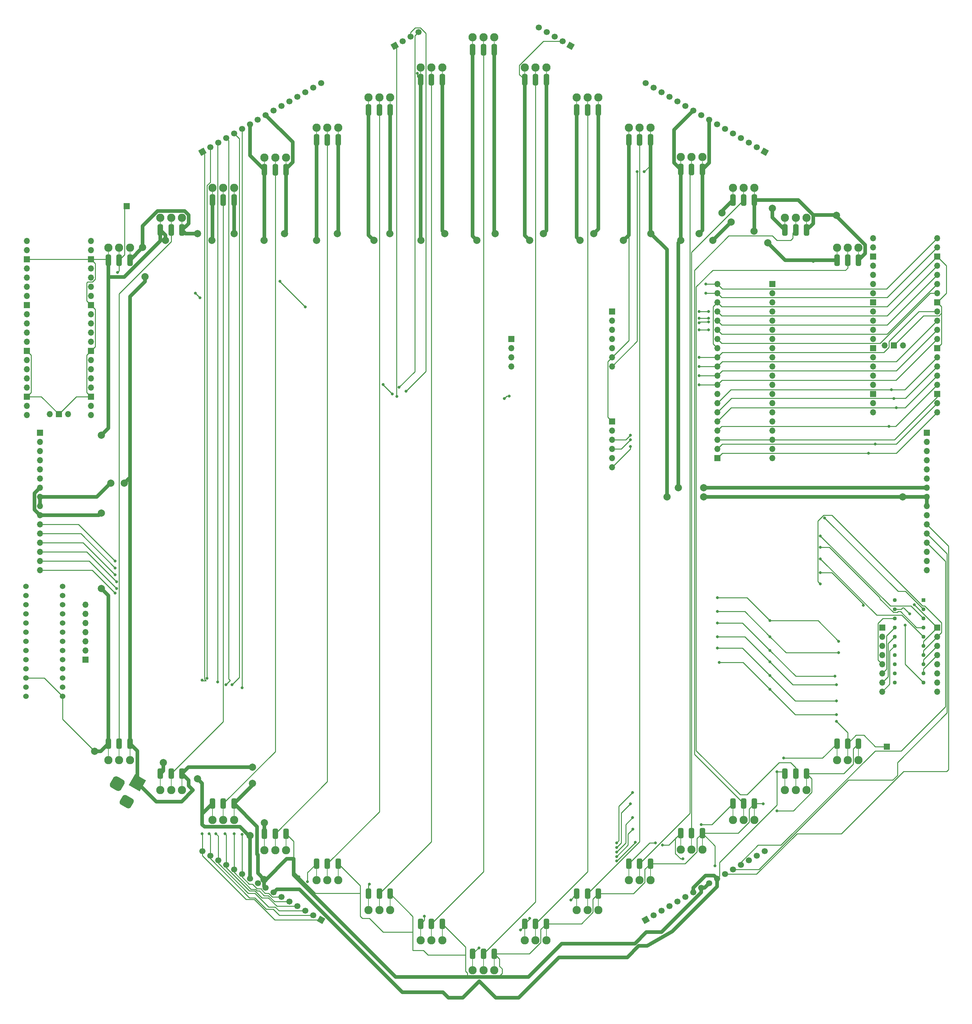
<source format=gtl>
%TF.GenerationSoftware,KiCad,Pcbnew,7.0.9*%
%TF.CreationDate,2024-01-04T00:39:50-06:00*%
%TF.ProjectId,HexDisplayPCB,48657844-6973-4706-9c61-795043422e6b,rev?*%
%TF.SameCoordinates,Original*%
%TF.FileFunction,Copper,L1,Top*%
%TF.FilePolarity,Positive*%
%FSLAX46Y46*%
G04 Gerber Fmt 4.6, Leading zero omitted, Abs format (unit mm)*
G04 Created by KiCad (PCBNEW 7.0.9) date 2024-01-04 00:39:50*
%MOMM*%
%LPD*%
G01*
G04 APERTURE LIST*
G04 Aperture macros list*
%AMRoundRect*
0 Rectangle with rounded corners*
0 $1 Rounding radius*
0 $2 $3 $4 $5 $6 $7 $8 $9 X,Y pos of 4 corners*
0 Add a 4 corners polygon primitive as box body*
4,1,4,$2,$3,$4,$5,$6,$7,$8,$9,$2,$3,0*
0 Add four circle primitives for the rounded corners*
1,1,$1+$1,$2,$3*
1,1,$1+$1,$4,$5*
1,1,$1+$1,$6,$7*
1,1,$1+$1,$8,$9*
0 Add four rect primitives between the rounded corners*
20,1,$1+$1,$2,$3,$4,$5,0*
20,1,$1+$1,$4,$5,$6,$7,0*
20,1,$1+$1,$6,$7,$8,$9,0*
20,1,$1+$1,$8,$9,$2,$3,0*%
%AMHorizOval*
0 Thick line with rounded ends*
0 $1 width*
0 $2 $3 position (X,Y) of the first rounded end (center of the circle)*
0 $4 $5 position (X,Y) of the second rounded end (center of the circle)*
0 Add line between two ends*
20,1,$1,$2,$3,$4,$5,0*
0 Add two circle primitives to create the rounded ends*
1,1,$1,$2,$3*
1,1,$1,$4,$5*%
%AMRotRect*
0 Rectangle, with rotation*
0 The origin of the aperture is its center*
0 $1 length*
0 $2 width*
0 $3 Rotation angle, in degrees counterclockwise*
0 Add horizontal line*
21,1,$1,$2,0,0,$3*%
G04 Aperture macros list end*
%TA.AperFunction,EtchedComponent*%
%ADD10C,0.200000*%
%TD*%
%TA.AperFunction,ComponentPad*%
%ADD11C,1.524000*%
%TD*%
%TA.AperFunction,SMDPad,CuDef*%
%ADD12RoundRect,0.381000X-0.381000X1.190500X-0.381000X-1.190500X0.381000X-1.190500X0.381000X1.190500X0*%
%TD*%
%TA.AperFunction,SMDPad,CuDef*%
%ADD13RoundRect,0.381000X-0.381000X1.025500X-0.381000X-1.025500X0.381000X-1.025500X0.381000X1.025500X0*%
%TD*%
%TA.AperFunction,ComponentPad*%
%ADD14C,2.286000*%
%TD*%
%TA.AperFunction,ComponentPad*%
%ADD15R,1.700000X1.700000*%
%TD*%
%TA.AperFunction,ComponentPad*%
%ADD16O,1.700000X1.700000*%
%TD*%
%TA.AperFunction,ComponentPad*%
%ADD17HorizOval,1.700000X0.000000X0.000000X0.000000X0.000000X0*%
%TD*%
%TA.AperFunction,ComponentPad*%
%ADD18RotRect,1.700000X1.700000X60.000000*%
%TD*%
%TA.AperFunction,ComponentPad*%
%ADD19RotRect,3.500000X3.500000X60.000000*%
%TD*%
%TA.AperFunction,ComponentPad*%
%ADD20RoundRect,0.750000X0.491025X-1.149519X1.241025X0.149519X-0.491025X1.149519X-1.241025X-0.149519X0*%
%TD*%
%TA.AperFunction,ComponentPad*%
%ADD21RoundRect,0.875000X0.320272X-1.195272X1.195272X0.320272X-0.320272X1.195272X-1.195272X-0.320272X0*%
%TD*%
%TA.AperFunction,ComponentPad*%
%ADD22R,1.130000X1.130000*%
%TD*%
%TA.AperFunction,ComponentPad*%
%ADD23C,1.130000*%
%TD*%
%TA.AperFunction,ComponentPad*%
%ADD24HorizOval,1.700000X0.000000X0.000000X0.000000X0.000000X0*%
%TD*%
%TA.AperFunction,ComponentPad*%
%ADD25RotRect,1.700000X1.700000X300.000000*%
%TD*%
%TA.AperFunction,ViaPad*%
%ADD26C,0.800000*%
%TD*%
%TA.AperFunction,ViaPad*%
%ADD27C,2.000000*%
%TD*%
%TA.AperFunction,Conductor*%
%ADD28C,0.250000*%
%TD*%
%TA.AperFunction,Conductor*%
%ADD29C,1.000000*%
%TD*%
G04 APERTURE END LIST*
D10*
%TO.C,A12*%
X370398054Y-100431667D02*
X370398054Y-101288667D01*
X367398054Y-100446667D02*
X367398054Y-101303667D01*
X373398054Y-100589667D02*
X373398054Y-101446667D01*
X370398054Y-323603667D02*
X370398054Y-321588667D01*
X373398054Y-323754167D02*
X373398054Y-321588667D01*
X367398054Y-323829417D02*
X367398054Y-321588667D01*
%TO.C,A2*%
X254926054Y-133765000D02*
X254926054Y-134622000D01*
X251926054Y-133780000D02*
X251926054Y-134637000D01*
X257926054Y-133923000D02*
X257926054Y-134780000D01*
X254926054Y-290297000D02*
X254926054Y-288282000D01*
X257926054Y-290447500D02*
X257926054Y-288282000D01*
X251926054Y-290522750D02*
X251926054Y-288282000D01*
%TO.C,A4*%
X283794054Y-117098334D02*
X283794054Y-117955334D01*
X280794054Y-117113334D02*
X280794054Y-117970334D01*
X286794054Y-117256334D02*
X286794054Y-118113334D01*
X283794054Y-306950334D02*
X283794054Y-304935334D01*
X286794054Y-307100834D02*
X286794054Y-304935334D01*
X280794054Y-307176084D02*
X280794054Y-304935334D01*
%TO.C,A7*%
X327096054Y-92098334D02*
X327096054Y-92955334D01*
X324096054Y-92113334D02*
X324096054Y-92970334D01*
X330096054Y-92256334D02*
X330096054Y-93113334D01*
X327096054Y-331930334D02*
X327096054Y-329915334D01*
X330096054Y-332080834D02*
X330096054Y-329915334D01*
X324096054Y-332156084D02*
X324096054Y-329915334D01*
%TO.C,A3*%
X269360054Y-125431667D02*
X269360054Y-126288667D01*
X266360054Y-125446667D02*
X266360054Y-126303667D01*
X272360054Y-125589667D02*
X272360054Y-126446667D01*
X269360054Y-298623667D02*
X269360054Y-296608667D01*
X272360054Y-298774167D02*
X272360054Y-296608667D01*
X266360054Y-298849417D02*
X266360054Y-296608667D01*
%TO.C,A6*%
X312662054Y-100431667D02*
X312662054Y-101288667D01*
X309662054Y-100446667D02*
X309662054Y-101303667D01*
X315662054Y-100589667D02*
X315662054Y-101446667D01*
X312662054Y-323603667D02*
X312662054Y-321588667D01*
X315662054Y-323754167D02*
X315662054Y-321588667D01*
X309662054Y-323829417D02*
X309662054Y-321588667D01*
%TO.C,A17*%
X442568054Y-142098334D02*
X442568054Y-142955334D01*
X439568054Y-142113334D02*
X439568054Y-142970334D01*
X445568054Y-142256334D02*
X445568054Y-143113334D01*
X442568054Y-281970334D02*
X442568054Y-279955334D01*
X445568054Y-282120834D02*
X445568054Y-279955334D01*
X439568054Y-282196084D02*
X439568054Y-279955334D01*
%TO.C,A1*%
X240492054Y-142098334D02*
X240492054Y-142955334D01*
X237492054Y-142113334D02*
X237492054Y-142970334D01*
X243492054Y-142256334D02*
X243492054Y-143113334D01*
X240492054Y-281970334D02*
X240492054Y-279955334D01*
X243492054Y-282120834D02*
X243492054Y-279955334D01*
X237492054Y-282196084D02*
X237492054Y-279955334D01*
%TO.C,A15*%
X413700054Y-125431667D02*
X413700054Y-126288667D01*
X410700054Y-125446667D02*
X410700054Y-126303667D01*
X416700054Y-125589667D02*
X416700054Y-126446667D01*
X413700054Y-298623667D02*
X413700054Y-296608667D01*
X416700054Y-298774167D02*
X416700054Y-296608667D01*
X410700054Y-298849417D02*
X410700054Y-296608667D01*
%TO.C,A14*%
X399240000Y-116951500D02*
X399240000Y-117808500D01*
X396240000Y-116966500D02*
X396240000Y-117823500D01*
X402240000Y-117109500D02*
X402240000Y-117966500D01*
X399240000Y-306803500D02*
X399240000Y-304788500D01*
X402240000Y-306954000D02*
X402240000Y-304788500D01*
X396240000Y-307029250D02*
X396240000Y-304788500D01*
%TO.C,A16*%
X428134054Y-133765000D02*
X428134054Y-134622000D01*
X425134054Y-133780000D02*
X425134054Y-134637000D01*
X431134054Y-133923000D02*
X431134054Y-134780000D01*
X428134054Y-290297000D02*
X428134054Y-288282000D01*
X431134054Y-290447500D02*
X431134054Y-288282000D01*
X425134054Y-290522750D02*
X425134054Y-288282000D01*
%TO.C,A11*%
X355964054Y-92098334D02*
X355964054Y-92955334D01*
X352964054Y-92113334D02*
X352964054Y-92970334D01*
X358964054Y-92256334D02*
X358964054Y-93113334D01*
X355964054Y-331930334D02*
X355964054Y-329915334D01*
X358964054Y-332080834D02*
X358964054Y-329915334D01*
X352964054Y-332156084D02*
X352964054Y-329915334D01*
%TO.C,A8*%
X341530054Y-83765000D02*
X341530054Y-84622000D01*
X338530054Y-83780000D02*
X338530054Y-84637000D01*
X344530054Y-83923000D02*
X344530054Y-84780000D01*
X341530054Y-340257000D02*
X341530054Y-338242000D01*
X344530054Y-340407500D02*
X344530054Y-338242000D01*
X338530054Y-340482750D02*
X338530054Y-338242000D01*
%TO.C,A13*%
X384832054Y-108765000D02*
X384832054Y-109622000D01*
X381832054Y-108780000D02*
X381832054Y-109637000D01*
X387832054Y-108923000D02*
X387832054Y-109780000D01*
X384832054Y-315277000D02*
X384832054Y-313262000D01*
X387832054Y-315427500D02*
X387832054Y-313262000D01*
X381832054Y-315502750D02*
X381832054Y-313262000D01*
%TO.C,A5*%
X298228054Y-108765000D02*
X298228054Y-109622000D01*
X295228054Y-108780000D02*
X295228054Y-109637000D01*
X301228054Y-108923000D02*
X301228054Y-109780000D01*
X298228054Y-315277000D02*
X298228054Y-313262000D01*
X301228054Y-315427500D02*
X301228054Y-313262000D01*
X295228054Y-315502750D02*
X295228054Y-313262000D01*
%TD*%
D11*
%TO.P,U2,27*%
%TO.N,N/C*%
X224790000Y-234950000D03*
%TO.P,U2,26,R0*%
%TO.N,/KEYPAD_7*%
X224790000Y-237490000D03*
%TO.P,U2,25,R1*%
%TO.N,/KEYPAD_6*%
X224790000Y-240030000D03*
%TO.P,U2,24,C0*%
%TO.N,/KEYPAD_4*%
X224790000Y-242570000D03*
%TO.P,U2,23,C1*%
%TO.N,/KEYPAD_3*%
X224790000Y-245110000D03*
%TO.P,U2,22,C2*%
%TO.N,/KEYPAD_2*%
X224790000Y-247650000D03*
%TO.P,U2,21,C3*%
%TO.N,/KEYPAD_1*%
X224790000Y-250190000D03*
%TO.P,U2,20,C4*%
%TO.N,unconnected-(U2-C4-Pad20)*%
X224790000Y-252730000D03*
%TO.P,U2,19,C5*%
%TO.N,unconnected-(U2-C5-Pad19)*%
X224790000Y-252730000D03*
%TO.P,U2,18,C6*%
%TO.N,unconnected-(U2-C6-Pad18)*%
X224790000Y-255270000D03*
%TO.P,U2,17,C7*%
%TO.N,unconnected-(U2-C7-Pad17)*%
X224790000Y-257810000D03*
%TO.P,U2,16,C8*%
%TO.N,unconnected-(U2-C8-Pad16)*%
X224790000Y-260350000D03*
%TO.P,U2,15,C9*%
%TO.N,unconnected-(U2-C9-Pad15)*%
X224790000Y-262890000D03*
%TO.P,U2,14,GND*%
%TO.N,GND*%
X224790000Y-265430000D03*
%TO.P,U2,13,R2*%
%TO.N,/KEYPAD_5*%
X214630000Y-234950000D03*
%TO.P,U2,12,R3*%
%TO.N,unconnected-(U2-R3-Pad12)*%
X214630000Y-237490000D03*
%TO.P,U2,11,R4*%
%TO.N,unconnected-(U2-R4-Pad11)*%
X214630000Y-240030000D03*
%TO.P,U2,10,R5*%
%TO.N,unconnected-(U2-R5-Pad10)*%
X214630000Y-242570000D03*
%TO.P,U2,9,R6*%
%TO.N,unconnected-(U2-R6-Pad9)*%
X214630000Y-245110000D03*
%TO.P,U2,8,R7*%
%TO.N,unconnected-(U2-R7-Pad8)*%
X214630000Y-247650000D03*
%TO.P,U2,7,RST*%
%TO.N,unconnected-(U2-RST-Pad7)*%
X214630000Y-250190000D03*
%TO.P,U2,6,INT*%
%TO.N,/KEYPAD_INT*%
X214630000Y-252730000D03*
%TO.P,U2,5,SDA*%
%TO.N,/SDA*%
X214630000Y-255270000D03*
%TO.P,U2,4,SCL*%
%TO.N,/SCL*%
X214630000Y-257810000D03*
%TO.P,U2,3,GND*%
%TO.N,GND*%
X214630000Y-260350000D03*
%TO.P,U2,2,3Vo*%
%TO.N,unconnected-(U2-3Vo-Pad2)*%
X214630000Y-262890000D03*
%TO.P,U2,1,VIN*%
%TO.N,+3V3*%
X214630000Y-265430000D03*
%TD*%
D12*
%TO.P,A12,1,GND_Start*%
%TO.N,GND*%
X367398054Y-102860167D03*
%TO.P,A12,2,Data_In*%
%TO.N,Net-(A11-Data_Out)*%
X370398054Y-102860167D03*
%TO.P,A12,3,5V_Start*%
%TO.N,+5V*%
X373398054Y-102860167D03*
D13*
%TO.P,A12,4,GND_End*%
%TO.N,GND*%
X367398054Y-320182167D03*
%TO.P,A12,5,Data_Out*%
%TO.N,Net-(A12-Data_Out)*%
X370398054Y-320182167D03*
%TO.P,A12,6,5V_End*%
%TO.N,+5V*%
X373398054Y-320182167D03*
D14*
%TO.P,A12,10*%
%TO.N,N/C*%
X373398054Y-99446667D03*
X370398054Y-99446667D03*
X367398054Y-99446667D03*
%TO.P,A12,11*%
X373398054Y-324746667D03*
X370398054Y-324746667D03*
X367398054Y-324746667D03*
%TD*%
D12*
%TO.P,A2,1,GND_Start*%
%TO.N,GND*%
X251926054Y-136193500D03*
%TO.P,A2,2,Data_In*%
%TO.N,Net-(A1-Data_Out)*%
X254926054Y-136193500D03*
%TO.P,A2,3,5V_Start*%
%TO.N,+5V*%
X257926054Y-136193500D03*
D13*
%TO.P,A2,4,GND_End*%
%TO.N,GND*%
X251926054Y-286875500D03*
%TO.P,A2,5,Data_Out*%
%TO.N,Net-(A2-Data_Out)*%
X254926054Y-286875500D03*
%TO.P,A2,6,5V_End*%
%TO.N,+5V*%
X257926054Y-286875500D03*
D14*
%TO.P,A2,10*%
%TO.N,N/C*%
X257926054Y-132780000D03*
X254926054Y-132780000D03*
X251926054Y-132780000D03*
%TO.P,A2,11*%
X257926054Y-291440000D03*
X254926054Y-291440000D03*
X251926054Y-291440000D03*
%TD*%
D12*
%TO.P,A4,1,GND_Start*%
%TO.N,GND*%
X280794054Y-119526834D03*
%TO.P,A4,2,Data_In*%
%TO.N,Net-(A3-Data_Out)*%
X283794054Y-119526834D03*
%TO.P,A4,3,5V_Start*%
%TO.N,+5V*%
X286794054Y-119526834D03*
D13*
%TO.P,A4,4,GND_End*%
%TO.N,GND*%
X280794054Y-303528834D03*
%TO.P,A4,5,Data_Out*%
%TO.N,Net-(A4-Data_Out)*%
X283794054Y-303528834D03*
%TO.P,A4,6,5V_End*%
%TO.N,+5V*%
X286794054Y-303528834D03*
D14*
%TO.P,A4,10*%
%TO.N,N/C*%
X286794054Y-116113334D03*
X283794054Y-116113334D03*
X280794054Y-116113334D03*
%TO.P,A4,11*%
X286794054Y-308093334D03*
X283794054Y-308093334D03*
X280794054Y-308093334D03*
%TD*%
D12*
%TO.P,A7,1,GND_Start*%
%TO.N,GND*%
X324096054Y-94526834D03*
%TO.P,A7,2,Data_In*%
%TO.N,Net-(A6-Data_Out)*%
X327096054Y-94526834D03*
%TO.P,A7,3,5V_Start*%
%TO.N,+5V*%
X330096054Y-94526834D03*
D13*
%TO.P,A7,4,GND_End*%
%TO.N,GND*%
X324096054Y-328508834D03*
%TO.P,A7,5,Data_Out*%
%TO.N,Net-(A7-Data_Out)*%
X327096054Y-328508834D03*
%TO.P,A7,6,5V_End*%
%TO.N,+5V*%
X330096054Y-328508834D03*
D14*
%TO.P,A7,10*%
%TO.N,N/C*%
X330096054Y-91113334D03*
X327096054Y-91113334D03*
X324096054Y-91113334D03*
%TO.P,A7,11*%
X330096054Y-333073334D03*
X327096054Y-333073334D03*
X324096054Y-333073334D03*
%TD*%
D12*
%TO.P,A3,1,GND_Start*%
%TO.N,GND*%
X266360054Y-127860167D03*
%TO.P,A3,2,Data_In*%
%TO.N,Net-(A2-Data_Out)*%
X269360054Y-127860167D03*
%TO.P,A3,3,5V_Start*%
%TO.N,+5V*%
X272360054Y-127860167D03*
D13*
%TO.P,A3,4,GND_End*%
%TO.N,GND*%
X266360054Y-295202167D03*
%TO.P,A3,5,Data_Out*%
%TO.N,Net-(A3-Data_Out)*%
X269360054Y-295202167D03*
%TO.P,A3,6,5V_End*%
%TO.N,+5V*%
X272360054Y-295202167D03*
D14*
%TO.P,A3,10*%
%TO.N,N/C*%
X272360054Y-124446667D03*
X269360054Y-124446667D03*
X266360054Y-124446667D03*
%TO.P,A3,11*%
X272360054Y-299766667D03*
X269360054Y-299766667D03*
X266360054Y-299766667D03*
%TD*%
D12*
%TO.P,A6,1,GND_Start*%
%TO.N,GND*%
X309662054Y-102860167D03*
%TO.P,A6,2,Data_In*%
%TO.N,Net-(A5-Data_Out)*%
X312662054Y-102860167D03*
%TO.P,A6,3,5V_Start*%
%TO.N,+5V*%
X315662054Y-102860167D03*
D13*
%TO.P,A6,4,GND_End*%
%TO.N,GND*%
X309662054Y-320182167D03*
%TO.P,A6,5,Data_Out*%
%TO.N,Net-(A6-Data_Out)*%
X312662054Y-320182167D03*
%TO.P,A6,6,5V_End*%
%TO.N,+5V*%
X315662054Y-320182167D03*
D14*
%TO.P,A6,10*%
%TO.N,N/C*%
X315662054Y-99446667D03*
X312662054Y-99446667D03*
X309662054Y-99446667D03*
%TO.P,A6,11*%
X315662054Y-324746667D03*
X312662054Y-324746667D03*
X309662054Y-324746667D03*
%TD*%
%TO.P,A17,*%
%TO.N,*%
X445568054Y-141113334D03*
X442568054Y-141113334D03*
X439568054Y-141113334D03*
X445568054Y-283113334D03*
X442568054Y-283113334D03*
X439568054Y-283113334D03*
D12*
%TO.P,A17,1,GND_Start*%
%TO.N,GND*%
X439568054Y-144526834D03*
%TO.P,A17,2,Data_In*%
%TO.N,Net-(A16-Data_Out)*%
X442568054Y-144526834D03*
%TO.P,A17,3,5V_Start*%
%TO.N,+5V*%
X445568054Y-144526834D03*
D13*
%TO.P,A17,4,GND_End*%
%TO.N,GND*%
X439568054Y-278548834D03*
%TO.P,A17,5,Data_Out*%
%TO.N,/LED_DATA_OUT*%
X442568054Y-278548834D03*
%TO.P,A17,6,5V_End*%
%TO.N,+5V*%
X445568054Y-278548834D03*
%TD*%
D14*
%TO.P,A1,*%
%TO.N,*%
X243492054Y-141113334D03*
X240492054Y-141113334D03*
X237492054Y-141113334D03*
X243492054Y-283113334D03*
X240492054Y-283113334D03*
X237492054Y-283113334D03*
D12*
%TO.P,A1,1,GND_Start*%
%TO.N,GND*%
X237492054Y-144526834D03*
%TO.P,A1,2,Data_In*%
%TO.N,/LED_DATA_IN*%
X240492054Y-144526834D03*
%TO.P,A1,3,5V_Start*%
%TO.N,+5V*%
X243492054Y-144526834D03*
D13*
%TO.P,A1,4,GND_End*%
%TO.N,GND*%
X237492054Y-278548834D03*
%TO.P,A1,5,Data_Out*%
%TO.N,Net-(A1-Data_Out)*%
X240492054Y-278548834D03*
%TO.P,A1,6,5V_End*%
%TO.N,+5V*%
X243492054Y-278548834D03*
%TD*%
D12*
%TO.P,A15,1,GND_Start*%
%TO.N,GND*%
X410700054Y-127860167D03*
%TO.P,A15,2,Data_In*%
%TO.N,Net-(A14-Data_Out)*%
X413700054Y-127860167D03*
%TO.P,A15,3,5V_Start*%
%TO.N,+5V*%
X416700054Y-127860167D03*
D13*
%TO.P,A15,4,GND_End*%
%TO.N,GND*%
X410700054Y-295202167D03*
%TO.P,A15,5,Data_Out*%
%TO.N,Net-(A15-Data_Out)*%
X413700054Y-295202167D03*
%TO.P,A15,6,5V_End*%
%TO.N,+5V*%
X416700054Y-295202167D03*
D14*
%TO.P,A15,10*%
%TO.N,N/C*%
X416700054Y-124446667D03*
X413700054Y-124446667D03*
X410700054Y-124446667D03*
%TO.P,A15,11*%
X416700054Y-299766667D03*
X413700054Y-299766667D03*
X410700054Y-299766667D03*
%TD*%
D12*
%TO.P,A14,1,GND_Start*%
%TO.N,GND*%
X396240000Y-119380000D03*
%TO.P,A14,2,Data_In*%
%TO.N,Net-(A13-Data_Out)*%
X399240000Y-119380000D03*
%TO.P,A14,3,5V_Start*%
%TO.N,+5V*%
X402240000Y-119380000D03*
D13*
%TO.P,A14,4,GND_End*%
%TO.N,GND*%
X396240000Y-303382000D03*
%TO.P,A14,5,Data_Out*%
%TO.N,Net-(A14-Data_Out)*%
X399240000Y-303382000D03*
%TO.P,A14,6,5V_End*%
%TO.N,+5V*%
X402240000Y-303382000D03*
D14*
%TO.P,A14,10*%
%TO.N,N/C*%
X402240000Y-115966500D03*
X399240000Y-115966500D03*
X396240000Y-115966500D03*
%TO.P,A14,11*%
X402240000Y-307946500D03*
X399240000Y-307946500D03*
X396240000Y-307946500D03*
%TD*%
D12*
%TO.P,A16,1,GND_Start*%
%TO.N,GND*%
X425134054Y-136193500D03*
%TO.P,A16,2,Data_In*%
%TO.N,Net-(A15-Data_Out)*%
X428134054Y-136193500D03*
%TO.P,A16,3,5V_Start*%
%TO.N,+5V*%
X431134054Y-136193500D03*
D13*
%TO.P,A16,4,GND_End*%
%TO.N,GND*%
X425134054Y-286875500D03*
%TO.P,A16,5,Data_Out*%
%TO.N,Net-(A16-Data_Out)*%
X428134054Y-286875500D03*
%TO.P,A16,6,5V_End*%
%TO.N,+5V*%
X431134054Y-286875500D03*
D14*
%TO.P,A16,10*%
%TO.N,N/C*%
X431134054Y-132780000D03*
X428134054Y-132780000D03*
X425134054Y-132780000D03*
%TO.P,A16,11*%
X431134054Y-291440000D03*
X428134054Y-291440000D03*
X425134054Y-291440000D03*
%TD*%
D12*
%TO.P,A11,1,GND_Start*%
%TO.N,GND*%
X352964054Y-94526834D03*
%TO.P,A11,2,Data_In*%
%TO.N,Net-(A11-Data_In)*%
X355964054Y-94526834D03*
%TO.P,A11,3,5V_Start*%
%TO.N,+5V*%
X358964054Y-94526834D03*
D13*
%TO.P,A11,4,GND_End*%
%TO.N,GND*%
X352964054Y-328508834D03*
%TO.P,A11,5,Data_Out*%
%TO.N,Net-(A11-Data_Out)*%
X355964054Y-328508834D03*
%TO.P,A11,6,5V_End*%
%TO.N,+5V*%
X358964054Y-328508834D03*
D14*
%TO.P,A11,10*%
%TO.N,N/C*%
X358964054Y-91113334D03*
X355964054Y-91113334D03*
X352964054Y-91113334D03*
%TO.P,A11,11*%
X358964054Y-333073334D03*
X355964054Y-333073334D03*
X352964054Y-333073334D03*
%TD*%
D12*
%TO.P,A8,1,GND_Start*%
%TO.N,GND*%
X338530054Y-86193500D03*
%TO.P,A8,2,Data_In*%
%TO.N,Net-(A7-Data_Out)*%
X341530054Y-86193500D03*
%TO.P,A8,3,5V_Start*%
%TO.N,+5V*%
X344530054Y-86193500D03*
D13*
%TO.P,A8,4,GND_End*%
%TO.N,GND*%
X338530054Y-336835500D03*
%TO.P,A8,5,Data_Out*%
%TO.N,Net-(A11-Data_In)*%
X341530054Y-336835500D03*
%TO.P,A8,6,5V_End*%
%TO.N,+5V*%
X344530054Y-336835500D03*
D14*
%TO.P,A8,10*%
%TO.N,N/C*%
X344530054Y-82780000D03*
X341530054Y-82780000D03*
X338530054Y-82780000D03*
%TO.P,A8,11*%
X344530054Y-341400000D03*
X341530054Y-341400000D03*
X338530054Y-341400000D03*
%TD*%
D12*
%TO.P,A13,1,GND_Start*%
%TO.N,GND*%
X381832054Y-111193500D03*
%TO.P,A13,2,Data_In*%
%TO.N,Net-(A12-Data_Out)*%
X384832054Y-111193500D03*
%TO.P,A13,3,5V_Start*%
%TO.N,+5V*%
X387832054Y-111193500D03*
D13*
%TO.P,A13,4,GND_End*%
%TO.N,GND*%
X381832054Y-311855500D03*
%TO.P,A13,5,Data_Out*%
%TO.N,Net-(A13-Data_Out)*%
X384832054Y-311855500D03*
%TO.P,A13,6,5V_End*%
%TO.N,+5V*%
X387832054Y-311855500D03*
D14*
%TO.P,A13,10*%
%TO.N,N/C*%
X387832054Y-107780000D03*
X384832054Y-107780000D03*
X381832054Y-107780000D03*
%TO.P,A13,11*%
X387832054Y-316420000D03*
X384832054Y-316420000D03*
X381832054Y-316420000D03*
%TD*%
D12*
%TO.P,A5,1,GND_Start*%
%TO.N,GND*%
X295228054Y-111193500D03*
%TO.P,A5,2,Data_In*%
%TO.N,Net-(A4-Data_Out)*%
X298228054Y-111193500D03*
%TO.P,A5,3,5V_Start*%
%TO.N,+5V*%
X301228054Y-111193500D03*
D13*
%TO.P,A5,4,GND_End*%
%TO.N,GND*%
X295228054Y-311855500D03*
%TO.P,A5,5,Data_Out*%
%TO.N,Net-(A5-Data_Out)*%
X298228054Y-311855500D03*
%TO.P,A5,6,5V_End*%
%TO.N,+5V*%
X301228054Y-311855500D03*
D14*
%TO.P,A5,10*%
%TO.N,N/C*%
X301228054Y-107780000D03*
X298228054Y-107780000D03*
X295228054Y-107780000D03*
%TO.P,A5,11*%
X301228054Y-316420000D03*
X298228054Y-316420000D03*
X295228054Y-316420000D03*
%TD*%
D15*
%TO.P,J1,1,Pin_1*%
%TO.N,/PICO_DATAIN_6*%
X406400000Y-199390000D03*
D16*
%TO.P,J1,2,Pin_2*%
%TO.N,/PICO_DATAIN_5*%
X406400000Y-196850000D03*
%TO.P,J1,3,Pin_3*%
%TO.N,GND*%
X406400000Y-194310000D03*
%TO.P,J1,4,Pin_4*%
%TO.N,/PICO_DATAIN_4*%
X406400000Y-191770000D03*
%TO.P,J1,5,Pin_5*%
%TO.N,/PICO_DATAIN_3*%
X406400000Y-189230000D03*
%TO.P,J1,6,Pin_6*%
%TO.N,/PICO_DATAIN_2*%
X406400000Y-186690000D03*
%TO.P,J1,7,Pin_7*%
%TO.N,/PICO_DATAIN_1*%
X406400000Y-184150000D03*
%TO.P,J1,8,Pin_8*%
%TO.N,GND*%
X406400000Y-181610000D03*
%TO.P,J1,9,Pin_9*%
%TO.N,/SCL*%
X406400000Y-179070000D03*
%TO.P,J1,10,Pin_10*%
%TO.N,/SDA*%
X406400000Y-176530000D03*
%TO.P,J1,11,Pin_11*%
%TO.N,/RTC_INT*%
X406400000Y-173990000D03*
%TO.P,J1,12,Pin_12*%
%TO.N,/KEYPAD_INT*%
X406400000Y-171450000D03*
%TO.P,J1,13,Pin_13*%
%TO.N,GND*%
X406400000Y-168910000D03*
%TO.P,J1,14,Pin_14*%
%TO.N,Net-(J1-Pin_14)*%
X406400000Y-166370000D03*
%TO.P,J1,15,Pin_15*%
%TO.N,/DIN*%
X406400000Y-163830000D03*
%TO.P,J1,16,Pin_16*%
%TO.N,/BCLK*%
X406400000Y-161290000D03*
%TO.P,J1,17,Pin_17*%
%TO.N,/LRC*%
X406400000Y-158750000D03*
%TO.P,J1,18,Pin_18*%
%TO.N,GND*%
X406400000Y-156210000D03*
%TO.P,J1,19,Pin_19*%
%TO.N,/UART0 RX*%
X406400000Y-153670000D03*
%TO.P,J1,20,Pin_20*%
%TO.N,/UART0 TX*%
X406400000Y-151130000D03*
%TD*%
D15*
%TO.P,RTC1,1,Pin_1*%
%TO.N,GND*%
X377190000Y-189230000D03*
D16*
%TO.P,RTC1,2,Pin_2*%
%TO.N,+3V3*%
X377190000Y-191770000D03*
%TO.P,RTC1,3,Pin_3*%
%TO.N,/SDA*%
X377190000Y-194310000D03*
%TO.P,RTC1,4,Pin_4*%
%TO.N,/SCL*%
X377190000Y-196850000D03*
%TO.P,RTC1,5,Pin_5*%
%TO.N,unconnected-(RTC1-Pin_5-Pad5)*%
X377190000Y-199390000D03*
%TO.P,RTC1,6,Pin_6*%
%TO.N,/RTC_INT*%
X377190000Y-201930000D03*
%TD*%
D15*
%TO.P,LED_DATA_IN1,1,Pin_1*%
%TO.N,/LED_DATA_IN*%
X242570000Y-129540000D03*
%TD*%
D17*
%TO.P,J7,16,Pin_16*%
%TO.N,/BUS_1*%
X386513339Y-95431368D03*
%TO.P,J7,15,Pin_15*%
%TO.N,/BUS_2*%
X388713044Y-96701368D03*
%TO.P,J7,14,Pin_14*%
%TO.N,/BUS_3*%
X390912748Y-97971368D03*
%TO.P,J7,13,Pin_13*%
%TO.N,/BUS_4*%
X393112453Y-99241368D03*
%TO.P,J7,12,Pin_12*%
%TO.N,/BUS_5*%
X395312157Y-100511368D03*
%TO.P,J7,11,Pin_11*%
%TO.N,/BUS_6*%
X397511862Y-101781368D03*
%TO.P,J7,10,Pin_10*%
%TO.N,GND*%
X399711566Y-103051368D03*
%TO.P,J7,9,Pin_9*%
%TO.N,+5V*%
X401911271Y-104321368D03*
%TO.P,J7,8,Pin_8*%
X404110975Y-105591368D03*
%TO.P,J7,7,Pin_7*%
%TO.N,GND*%
X406310680Y-106861368D03*
%TO.P,J7,6,Pin_6*%
%TO.N,/BUS_6*%
X408510384Y-108131368D03*
%TO.P,J7,5,Pin_5*%
%TO.N,/BUS_5*%
X410710089Y-109401368D03*
%TO.P,J7,4,Pin_4*%
%TO.N,/BUS_4*%
X412909793Y-110671368D03*
%TO.P,J7,3,Pin_3*%
%TO.N,/BUS_3*%
X415109498Y-111941368D03*
%TO.P,J7,2,Pin_2*%
%TO.N,/BUS_2*%
X417309202Y-113211368D03*
D18*
%TO.P,J7,1,Pin_1*%
%TO.N,/BUS_1*%
X419508907Y-114481368D03*
%TD*%
D15*
%TO.P,STEPPER_1-4,1,Pin_1*%
%TO.N,Net-(PICO_DATAIN_1-STEPPER1-B)*%
X452120000Y-246380000D03*
D16*
%TO.P,STEPPER_1-4,2,Pin_2*%
%TO.N,Net-(PICO_DATAIN_2-STEPPER1-B)*%
X452120000Y-248920000D03*
%TO.P,STEPPER_1-4,3,Pin_3*%
%TO.N,Net-(PICO_DATAIN_3-STEPPER1-B)*%
X452120000Y-251460000D03*
%TO.P,STEPPER_1-4,4,Pin_4*%
%TO.N,Net-(PICO_DATAIN_4-STEPPER1-B)*%
X452120000Y-254000000D03*
%TO.P,STEPPER_1-4,5,Pin_5*%
%TO.N,Net-(STEPPER-DATA_1-B)*%
X452120000Y-256540000D03*
%TO.P,STEPPER_1-4,6,Pin_6*%
%TO.N,Net-(STEPPER-DATA_2-B)*%
X452120000Y-259080000D03*
%TO.P,STEPPER_1-4,7,Pin_7*%
%TO.N,Net-(STEPPER-DATA_3-B)*%
X452120000Y-261620000D03*
%TO.P,STEPPER_1-4,8,Pin_8*%
%TO.N,Net-(STEPPER-DATA_4-B)*%
X452120000Y-264160000D03*
%TD*%
D17*
%TO.P,J4,16,Pin_16*%
%TO.N,/BUS_1*%
X263550664Y-308411173D03*
%TO.P,J4,15,Pin_15*%
%TO.N,/BUS_2*%
X265750369Y-309681173D03*
%TO.P,J4,14,Pin_14*%
%TO.N,/BUS_3*%
X267950073Y-310951173D03*
%TO.P,J4,13,Pin_13*%
%TO.N,/BUS_4*%
X270149778Y-312221173D03*
%TO.P,J4,12,Pin_12*%
%TO.N,/BUS_5*%
X272349482Y-313491173D03*
%TO.P,J4,11,Pin_11*%
%TO.N,/BUS_6*%
X274549187Y-314761173D03*
%TO.P,J4,10,Pin_10*%
%TO.N,GND*%
X276748891Y-316031173D03*
%TO.P,J4,9,Pin_9*%
%TO.N,+5V*%
X278948596Y-317301173D03*
%TO.P,J4,8,Pin_8*%
X281148300Y-318571173D03*
%TO.P,J4,7,Pin_7*%
%TO.N,GND*%
X283348005Y-319841173D03*
%TO.P,J4,6,Pin_6*%
%TO.N,/BUS_6*%
X285547709Y-321111173D03*
%TO.P,J4,5,Pin_5*%
%TO.N,/BUS_5*%
X287747414Y-322381173D03*
%TO.P,J4,4,Pin_4*%
%TO.N,/BUS_4*%
X289947118Y-323651173D03*
%TO.P,J4,3,Pin_3*%
%TO.N,/BUS_3*%
X292146823Y-324921173D03*
%TO.P,J4,2,Pin_2*%
%TO.N,/BUS_2*%
X294346527Y-326191173D03*
D18*
%TO.P,J4,1,Pin_1*%
%TO.N,/BUS_1*%
X296546232Y-327461173D03*
%TD*%
D16*
%TO.P,J3,16,Pin_16*%
%TO.N,/BUS_1*%
X464493692Y-230497106D03*
%TO.P,J3,15,Pin_15*%
%TO.N,/BUS_2*%
X464493692Y-227957106D03*
%TO.P,J3,14,Pin_14*%
%TO.N,/BUS_3*%
X464493692Y-225417106D03*
%TO.P,J3,13,Pin_13*%
%TO.N,/BUS_4*%
X464493692Y-222877106D03*
%TO.P,J3,12,Pin_12*%
%TO.N,/BUS_5*%
X464493692Y-220337106D03*
%TO.P,J3,11,Pin_11*%
%TO.N,/BUS_6*%
X464493692Y-217797106D03*
%TO.P,J3,10,Pin_10*%
%TO.N,GND*%
X464493692Y-215257106D03*
%TO.P,J3,9,Pin_9*%
%TO.N,+5V*%
X464493692Y-212717106D03*
%TO.P,J3,8,Pin_8*%
X464493692Y-210177106D03*
%TO.P,J3,7,Pin_7*%
%TO.N,GND*%
X464493692Y-207637106D03*
%TO.P,J3,6,Pin_6*%
%TO.N,/BUS_6*%
X464493692Y-205097106D03*
%TO.P,J3,5,Pin_5*%
%TO.N,/BUS_5*%
X464493692Y-202557106D03*
%TO.P,J3,4,Pin_4*%
%TO.N,/BUS_4*%
X464493692Y-200017106D03*
%TO.P,J3,3,Pin_3*%
%TO.N,/BUS_3*%
X464493692Y-197477106D03*
%TO.P,J3,2,Pin_2*%
%TO.N,/BUS_2*%
X464493692Y-194937106D03*
D15*
%TO.P,J3,1,Pin_1*%
%TO.N,/BUS_1*%
X464493692Y-192397106D03*
%TD*%
D16*
%TO.P,J5,16,Pin_16*%
%TO.N,/BUS_1*%
X218566052Y-230496439D03*
%TO.P,J5,15,Pin_15*%
%TO.N,/BUS_2*%
X218566052Y-227956439D03*
%TO.P,J5,14,Pin_14*%
%TO.N,/BUS_3*%
X218566052Y-225416439D03*
%TO.P,J5,13,Pin_13*%
%TO.N,/BUS_4*%
X218566052Y-222876439D03*
%TO.P,J5,12,Pin_12*%
%TO.N,/BUS_5*%
X218566052Y-220336439D03*
%TO.P,J5,11,Pin_11*%
%TO.N,/BUS_6*%
X218566052Y-217796439D03*
%TO.P,J5,10,Pin_10*%
%TO.N,GND*%
X218566052Y-215256439D03*
%TO.P,J5,9,Pin_9*%
%TO.N,+5V*%
X218566052Y-212716439D03*
%TO.P,J5,8,Pin_8*%
X218566052Y-210176439D03*
%TO.P,J5,7,Pin_7*%
%TO.N,GND*%
X218566052Y-207636439D03*
%TO.P,J5,6,Pin_6*%
%TO.N,/BUS_6*%
X218566052Y-205096439D03*
%TO.P,J5,5,Pin_5*%
%TO.N,/BUS_5*%
X218566052Y-202556439D03*
%TO.P,J5,4,Pin_4*%
%TO.N,/BUS_4*%
X218566052Y-200016439D03*
%TO.P,J5,3,Pin_3*%
%TO.N,/BUS_3*%
X218566052Y-197476439D03*
%TO.P,J5,2,Pin_2*%
%TO.N,/BUS_2*%
X218566052Y-194936439D03*
D15*
%TO.P,J5,1,Pin_1*%
%TO.N,/BUS_1*%
X218566052Y-192396439D03*
%TD*%
%TO.P,J2,1,Pin_1*%
%TO.N,Net-(J2-Pin_1)*%
X421640000Y-151130000D03*
D16*
%TO.P,J2,2,Pin_2*%
%TO.N,Net-(J2-Pin_2)*%
X421640000Y-153670000D03*
%TO.P,J2,3,Pin_3*%
%TO.N,GND*%
X421640000Y-156210000D03*
%TO.P,J2,4,Pin_4*%
%TO.N,Net-(J2-Pin_4)*%
X421640000Y-158750000D03*
%TO.P,J2,5,Pin_5*%
%TO.N,+3V3*%
X421640000Y-161290000D03*
%TO.P,J2,6,Pin_6*%
%TO.N,Net-(J2-Pin_6)*%
X421640000Y-163830000D03*
%TO.P,J2,7,Pin_7*%
%TO.N,Net-(J2-Pin_7)*%
X421640000Y-166370000D03*
%TO.P,J2,8,Pin_8*%
%TO.N,Net-(J2-Pin_8)*%
X421640000Y-168910000D03*
%TO.P,J2,9,Pin_9*%
%TO.N,Net-(J2-Pin_9)*%
X421640000Y-171450000D03*
%TO.P,J2,10,Pin_10*%
%TO.N,Net-(J2-Pin_10)*%
X421640000Y-173990000D03*
%TO.P,J2,11,Pin_11*%
%TO.N,Net-(J2-Pin_11)*%
X421640000Y-176530000D03*
%TO.P,J2,12,Pin_12*%
%TO.N,Net-(J2-Pin_12)*%
X421640000Y-179070000D03*
%TO.P,J2,13,Pin_13*%
%TO.N,GND*%
X421640000Y-181610000D03*
%TO.P,J2,14,Pin_14*%
%TO.N,Net-(J2-Pin_14)*%
X421640000Y-184150000D03*
%TO.P,J2,15,Pin_15*%
%TO.N,Net-(J2-Pin_15)*%
X421640000Y-186690000D03*
%TO.P,J2,16,Pin_16*%
%TO.N,Net-(J2-Pin_16)*%
X421640000Y-189230000D03*
%TO.P,J2,17,Pin_17*%
%TO.N,Net-(J2-Pin_17)*%
X421640000Y-191770000D03*
%TO.P,J2,18,Pin_18*%
%TO.N,GND*%
X421640000Y-194310000D03*
%TO.P,J2,19,Pin_19*%
%TO.N,Net-(J2-Pin_19)*%
X421640000Y-196850000D03*
%TO.P,J2,20,Pin_20*%
%TO.N,Net-(J2-Pin_20)*%
X421640000Y-199390000D03*
%TD*%
D19*
%TO.P,J30,1*%
%TO.N,+5V*%
X245570000Y-289443848D03*
D20*
%TO.P,J30,2*%
%TO.N,GND*%
X242570000Y-294640000D03*
D21*
%TO.P,J30,3*%
%TO.N,unconnected-(J30-Pad3)*%
X239999681Y-289691924D03*
%TD*%
D18*
%TO.P,AmbientLightSensor1,1,Pin_1*%
%TO.N,+3V3*%
X365668818Y-85090000D03*
D17*
%TO.P,AmbientLightSensor1,2,Pin_2*%
%TO.N,GND*%
X363469113Y-83820000D03*
%TO.P,AmbientLightSensor1,3,Pin_3*%
%TO.N,/SCL*%
X361269409Y-82550000D03*
%TO.P,AmbientLightSensor1,4,Pin_4*%
%TO.N,/SDA*%
X359069704Y-81280000D03*
%TO.P,AmbientLightSensor1,5,Pin_5*%
%TO.N,unconnected-(AmbientLightSensor1-Pin_5-Pad5)*%
X356870000Y-80010000D03*
%TD*%
D15*
%TO.P,MAX98357,1,Pin_1*%
%TO.N,/LRC*%
X377190000Y-158750000D03*
D16*
%TO.P,MAX98357,2,Pin_2*%
%TO.N,/BCLK*%
X377190000Y-161290000D03*
%TO.P,MAX98357,3,Pin_3*%
%TO.N,/DIN*%
X377190000Y-163830000D03*
%TO.P,MAX98357,4,Pin_4*%
%TO.N,Net-(MAX98357-Pin_4)*%
X377190000Y-166370000D03*
%TO.P,MAX98357,5,Pin_5*%
%TO.N,Net-(MAX98357-Pin_5)*%
X377190000Y-168910000D03*
%TO.P,MAX98357,6,Pin_6*%
%TO.N,GND*%
X377190000Y-171450000D03*
%TO.P,MAX98357,7,Pin_7*%
%TO.N,+5V*%
X377190000Y-173990000D03*
%TD*%
D22*
%TO.P,U1,1,DIR*%
%TO.N,+5V*%
X463550000Y-238760000D03*
D23*
%TO.P,U1,2,A1*%
%TO.N,Net-(PICO_DATAIN_1-STEPPER1-B)*%
X463550000Y-241300000D03*
%TO.P,U1,3,A2*%
%TO.N,Net-(PICO_DATAIN_2-STEPPER1-B)*%
X463550000Y-243840000D03*
%TO.P,U1,4,A3*%
%TO.N,Net-(PICO_DATAIN_3-STEPPER1-B)*%
X463550000Y-246380000D03*
%TO.P,U1,5,A4*%
%TO.N,Net-(PICO_DATAIN_4-STEPPER1-B)*%
X463550000Y-248920000D03*
%TO.P,U1,6,A5*%
%TO.N,Net-(PICO_DATAIN_5-STEPPER1-A)*%
X463550000Y-251460000D03*
%TO.P,U1,7,A6*%
%TO.N,Net-(PICO_DATAIN_6-STEPPER1-A)*%
X463550000Y-254000000D03*
%TO.P,U1,8,A7*%
%TO.N,Net-(STEPPER_4-8-Pin_3)*%
X463550000Y-256540000D03*
%TO.P,U1,9,A8*%
%TO.N,Net-(STEPPER_4-8-Pin_4)*%
X463550000Y-259080000D03*
%TO.P,U1,10,GND*%
%TO.N,GND*%
X463550000Y-261620000D03*
%TO.P,U1,11,B8*%
%TO.N,Net-(STEPPER_4-8-Pin_8)*%
X455610000Y-261620000D03*
%TO.P,U1,12,B7*%
%TO.N,Net-(STEPPER_4-8-Pin_7)*%
X455610000Y-259080000D03*
%TO.P,U1,13,B6*%
%TO.N,Net-(STEPPER-DATA_6-A)*%
X455610000Y-256540000D03*
%TO.P,U1,14,B5*%
%TO.N,Net-(STEPPER-DATA_5-A)*%
X455610000Y-254000000D03*
%TO.P,U1,15,B4*%
%TO.N,Net-(STEPPER-DATA_4-B)*%
X455610000Y-251460000D03*
%TO.P,U1,16,B3*%
%TO.N,Net-(STEPPER-DATA_3-B)*%
X455610000Y-248920000D03*
%TO.P,U1,17,B2*%
%TO.N,Net-(STEPPER-DATA_2-B)*%
X455610000Y-246380000D03*
%TO.P,U1,18,B1*%
%TO.N,Net-(STEPPER-DATA_1-B)*%
X455610000Y-243840000D03*
%TO.P,U1,19,~{OE}*%
%TO.N,GND*%
X455610000Y-241300000D03*
%TO.P,U1,20,VCC*%
%TO.N,+5V*%
X455610000Y-238760000D03*
%TD*%
D15*
%TO.P,LED_DATA_OUT1,1,Pin_1*%
%TO.N,/LED_DATA_OUT*%
X453390000Y-279400000D03*
%TD*%
D24*
%TO.P,J8,16,Pin_16*%
%TO.N,/BUS_1*%
X419509543Y-308412485D03*
%TO.P,J8,15,Pin_15*%
%TO.N,/BUS_2*%
X417309838Y-309682485D03*
%TO.P,J8,14,Pin_14*%
%TO.N,/BUS_3*%
X415110134Y-310952485D03*
%TO.P,J8,13,Pin_13*%
%TO.N,/BUS_4*%
X412910429Y-312222485D03*
%TO.P,J8,12,Pin_12*%
%TO.N,/BUS_5*%
X410710725Y-313492485D03*
%TO.P,J8,11,Pin_11*%
%TO.N,/BUS_6*%
X408511020Y-314762485D03*
%TO.P,J8,10,Pin_10*%
%TO.N,GND*%
X406311316Y-316032485D03*
%TO.P,J8,9,Pin_9*%
%TO.N,+5V*%
X404111611Y-317302485D03*
%TO.P,J8,8,Pin_8*%
X401911907Y-318572485D03*
%TO.P,J8,7,Pin_7*%
%TO.N,GND*%
X399712202Y-319842485D03*
%TO.P,J8,6,Pin_6*%
%TO.N,/BUS_6*%
X397512498Y-321112485D03*
%TO.P,J8,5,Pin_5*%
%TO.N,/BUS_5*%
X395312793Y-322382485D03*
%TO.P,J8,4,Pin_4*%
%TO.N,/BUS_4*%
X393113089Y-323652485D03*
%TO.P,J8,3,Pin_3*%
%TO.N,/BUS_3*%
X390913384Y-324922485D03*
%TO.P,J8,2,Pin_2*%
%TO.N,/BUS_2*%
X388713680Y-326192485D03*
D25*
%TO.P,J8,1,Pin_1*%
%TO.N,/BUS_1*%
X386513975Y-327462485D03*
%TD*%
D24*
%TO.P,J6,16,Pin_16*%
%TO.N,/BUS_1*%
X296546160Y-95431217D03*
%TO.P,J6,15,Pin_15*%
%TO.N,/BUS_2*%
X294346455Y-96701217D03*
%TO.P,J6,14,Pin_14*%
%TO.N,/BUS_3*%
X292146751Y-97971217D03*
%TO.P,J6,13,Pin_13*%
%TO.N,/BUS_4*%
X289947046Y-99241217D03*
%TO.P,J6,12,Pin_12*%
%TO.N,/BUS_5*%
X287747342Y-100511217D03*
%TO.P,J6,11,Pin_11*%
%TO.N,/BUS_6*%
X285547637Y-101781217D03*
%TO.P,J6,10,Pin_10*%
%TO.N,GND*%
X283347933Y-103051217D03*
%TO.P,J6,9,Pin_9*%
%TO.N,+5V*%
X281148228Y-104321217D03*
%TO.P,J6,8,Pin_8*%
X278948524Y-105591217D03*
%TO.P,J6,7,Pin_7*%
%TO.N,GND*%
X276748819Y-106861217D03*
%TO.P,J6,6,Pin_6*%
%TO.N,/BUS_6*%
X274549115Y-108131217D03*
%TO.P,J6,5,Pin_5*%
%TO.N,/BUS_5*%
X272349410Y-109401217D03*
%TO.P,J6,4,Pin_4*%
%TO.N,/BUS_4*%
X270149706Y-110671217D03*
%TO.P,J6,3,Pin_3*%
%TO.N,/BUS_3*%
X267950001Y-111941217D03*
%TO.P,J6,2,Pin_2*%
%TO.N,/BUS_2*%
X265750297Y-113211217D03*
D25*
%TO.P,J6,1,Pin_1*%
%TO.N,/BUS_1*%
X263550592Y-114481217D03*
%TD*%
%TO.P,I2CBreakout1,1,Pin_1*%
%TO.N,+3V3*%
X316910591Y-85090000D03*
D24*
%TO.P,I2CBreakout1,2,Pin_2*%
%TO.N,GND*%
X319110296Y-83820000D03*
%TO.P,I2CBreakout1,3,Pin_3*%
%TO.N,/SCL*%
X321310000Y-82550000D03*
%TO.P,I2CBreakout1,4,Pin_4*%
%TO.N,/SDA*%
X323509705Y-81280000D03*
%TD*%
D15*
%TO.P,Keypad1,1,Pin_1*%
%TO.N,/KEYPAD_1*%
X231140000Y-255270000D03*
D16*
%TO.P,Keypad1,2,Pin_2*%
%TO.N,/KEYPAD_2*%
X231140000Y-252730000D03*
%TO.P,Keypad1,3,Pin_3*%
%TO.N,/KEYPAD_3*%
X231140000Y-250190000D03*
%TO.P,Keypad1,4,Pin_4*%
%TO.N,/KEYPAD_4*%
X231140000Y-247650000D03*
%TO.P,Keypad1,5,Pin_5*%
%TO.N,/KEYPAD_5*%
X231140000Y-245110000D03*
%TO.P,Keypad1,6,Pin_6*%
%TO.N,/KEYPAD_6*%
X231140000Y-242570000D03*
%TO.P,Keypad1,7,Pin_7*%
%TO.N,/KEYPAD_7*%
X231140000Y-240030000D03*
%TD*%
%TO.P,PicoProbe1,1,GPIO0*%
%TO.N,unconnected-(PicoProbe1-GPIO0-Pad1)*%
X232650000Y-139195000D03*
%TO.P,PicoProbe1,2,GPIO1*%
%TO.N,unconnected-(PicoProbe1-GPIO1-Pad2)*%
X232650000Y-141735000D03*
D15*
%TO.P,PicoProbe1,3,GND*%
%TO.N,GND*%
X232650000Y-144275000D03*
D16*
%TO.P,PicoProbe1,4,GPIO2*%
%TO.N,/SWCLK*%
X232650000Y-146815000D03*
%TO.P,PicoProbe1,5,GPIO3*%
%TO.N,/SWDIO*%
X232650000Y-149355000D03*
%TO.P,PicoProbe1,6,GPIO4*%
%TO.N,/UART0 RX*%
X232650000Y-151895000D03*
%TO.P,PicoProbe1,7,GPIO5*%
%TO.N,/UART0 TX*%
X232650000Y-154435000D03*
D15*
%TO.P,PicoProbe1,8,GND*%
%TO.N,GND*%
X232650000Y-156975000D03*
D16*
%TO.P,PicoProbe1,9,GPIO6*%
%TO.N,unconnected-(PicoProbe1-GPIO6-Pad9)*%
X232650000Y-159515000D03*
%TO.P,PicoProbe1,10,GPIO7*%
%TO.N,unconnected-(PicoProbe1-GPIO7-Pad10)*%
X232650000Y-162055000D03*
%TO.P,PicoProbe1,11,GPIO8*%
%TO.N,unconnected-(PicoProbe1-GPIO8-Pad11)*%
X232650000Y-164595000D03*
%TO.P,PicoProbe1,12,GPIO9*%
%TO.N,unconnected-(PicoProbe1-GPIO9-Pad12)*%
X232650000Y-167135000D03*
D15*
%TO.P,PicoProbe1,13,GND*%
%TO.N,GND*%
X232650000Y-169675000D03*
D16*
%TO.P,PicoProbe1,14,GPIO10*%
%TO.N,unconnected-(PicoProbe1-GPIO10-Pad14)*%
X232650000Y-172215000D03*
%TO.P,PicoProbe1,15,GPIO11*%
%TO.N,unconnected-(PicoProbe1-GPIO11-Pad15)*%
X232650000Y-174755000D03*
%TO.P,PicoProbe1,16,GPIO12*%
%TO.N,unconnected-(PicoProbe1-GPIO12-Pad16)*%
X232650000Y-177295000D03*
%TO.P,PicoProbe1,17,GPIO13*%
%TO.N,unconnected-(PicoProbe1-GPIO13-Pad17)*%
X232650000Y-179835000D03*
D15*
%TO.P,PicoProbe1,18,GND*%
%TO.N,GND*%
X232650000Y-182375000D03*
D16*
%TO.P,PicoProbe1,19,GPIO14*%
%TO.N,unconnected-(PicoProbe1-GPIO14-Pad19)*%
X232650000Y-184915000D03*
%TO.P,PicoProbe1,20,GPIO15*%
%TO.N,unconnected-(PicoProbe1-GPIO15-Pad20)*%
X232650000Y-187455000D03*
%TO.P,PicoProbe1,21,GPIO16*%
%TO.N,unconnected-(PicoProbe1-GPIO16-Pad21)*%
X214870000Y-187455000D03*
%TO.P,PicoProbe1,22,GPIO17*%
%TO.N,unconnected-(PicoProbe1-GPIO17-Pad22)*%
X214870000Y-184915000D03*
D15*
%TO.P,PicoProbe1,23,GND*%
%TO.N,GND*%
X214870000Y-182375000D03*
D16*
%TO.P,PicoProbe1,24,GPIO18*%
%TO.N,unconnected-(PicoProbe1-GPIO18-Pad24)*%
X214870000Y-179835000D03*
%TO.P,PicoProbe1,25,GPIO19*%
%TO.N,unconnected-(PicoProbe1-GPIO19-Pad25)*%
X214870000Y-177295000D03*
%TO.P,PicoProbe1,26,GPIO20*%
%TO.N,unconnected-(PicoProbe1-GPIO20-Pad26)*%
X214870000Y-174755000D03*
%TO.P,PicoProbe1,27,GPIO21*%
%TO.N,unconnected-(PicoProbe1-GPIO21-Pad27)*%
X214870000Y-172215000D03*
D15*
%TO.P,PicoProbe1,28,GND*%
%TO.N,GND*%
X214870000Y-169675000D03*
D16*
%TO.P,PicoProbe1,29,GPIO22*%
%TO.N,unconnected-(PicoProbe1-GPIO22-Pad29)*%
X214870000Y-167135000D03*
%TO.P,PicoProbe1,30,RUN*%
%TO.N,unconnected-(PicoProbe1-RUN-Pad30)*%
X214870000Y-164595000D03*
%TO.P,PicoProbe1,31,GPIO26_ADC0*%
%TO.N,unconnected-(PicoProbe1-GPIO26_ADC0-Pad31)*%
X214870000Y-162055000D03*
%TO.P,PicoProbe1,32,GPIO27_ADC1*%
%TO.N,unconnected-(PicoProbe1-GPIO27_ADC1-Pad32)*%
X214870000Y-159515000D03*
D15*
%TO.P,PicoProbe1,33,AGND*%
%TO.N,unconnected-(PicoProbe1-AGND-Pad33)*%
X214870000Y-156975000D03*
D16*
%TO.P,PicoProbe1,34,GPIO28_ADC2*%
%TO.N,unconnected-(PicoProbe1-GPIO28_ADC2-Pad34)*%
X214870000Y-154435000D03*
%TO.P,PicoProbe1,35,ADC_VREF*%
%TO.N,unconnected-(PicoProbe1-ADC_VREF-Pad35)*%
X214870000Y-151895000D03*
%TO.P,PicoProbe1,36,3V3*%
%TO.N,unconnected-(PicoProbe1-3V3-Pad36)*%
X214870000Y-149355000D03*
%TO.P,PicoProbe1,37,3V3_EN*%
%TO.N,unconnected-(PicoProbe1-3V3_EN-Pad37)*%
X214870000Y-146815000D03*
D15*
%TO.P,PicoProbe1,38,GND*%
%TO.N,GND*%
X214870000Y-144275000D03*
D16*
%TO.P,PicoProbe1,39,VSYS*%
%TO.N,unconnected-(PicoProbe1-VSYS-Pad39)*%
X214870000Y-141735000D03*
%TO.P,PicoProbe1,40,VBUS*%
%TO.N,unconnected-(PicoProbe1-VBUS-Pad40)*%
X214870000Y-139195000D03*
%TO.P,PicoProbe1,41,SWCLK*%
%TO.N,unconnected-(PicoProbe1-SWCLK-Pad41)*%
X226300000Y-187225000D03*
D15*
%TO.P,PicoProbe1,42,GND*%
%TO.N,GND*%
X223760000Y-187225000D03*
D16*
%TO.P,PicoProbe1,43,SWDIO*%
%TO.N,unconnected-(PicoProbe1-SWDIO-Pad43)*%
X221220000Y-187225000D03*
%TD*%
D15*
%TO.P,STEPPER_4-8,1,Pin_1*%
%TO.N,Net-(PICO_DATAIN_5-STEPPER1-A)*%
X467360000Y-246380000D03*
D16*
%TO.P,STEPPER_4-8,2,Pin_2*%
%TO.N,Net-(PICO_DATAIN_6-STEPPER1-A)*%
X467360000Y-248920000D03*
%TO.P,STEPPER_4-8,3,Pin_3*%
%TO.N,Net-(STEPPER_4-8-Pin_3)*%
X467360000Y-251460000D03*
%TO.P,STEPPER_4-8,4,Pin_4*%
%TO.N,Net-(STEPPER_4-8-Pin_4)*%
X467360000Y-254000000D03*
%TO.P,STEPPER_4-8,5,Pin_5*%
%TO.N,Net-(STEPPER-DATA_5-A)*%
X467360000Y-256540000D03*
%TO.P,STEPPER_4-8,6,Pin_6*%
%TO.N,Net-(STEPPER-DATA_6-A)*%
X467360000Y-259080000D03*
%TO.P,STEPPER_4-8,7,Pin_7*%
%TO.N,Net-(STEPPER_4-8-Pin_7)*%
X467360000Y-261620000D03*
%TO.P,STEPPER_4-8,8,Pin_8*%
%TO.N,Net-(STEPPER_4-8-Pin_8)*%
X467360000Y-264160000D03*
%TD*%
D15*
%TO.P,MAX98357_BREAKOUT1,1,Pin_1*%
%TO.N,Net-(MAX98357-Pin_4)*%
X349250000Y-166370000D03*
D16*
%TO.P,MAX98357_BREAKOUT1,2,Pin_2*%
%TO.N,Net-(MAX98357-Pin_5)*%
X349250000Y-168910000D03*
%TO.P,MAX98357_BREAKOUT1,3,Pin_3*%
%TO.N,GND*%
X349250000Y-171450000D03*
%TO.P,MAX98357_BREAKOUT1,4,Pin_4*%
%TO.N,+5V*%
X349250000Y-173990000D03*
%TD*%
%TO.P,MasterControlPico1,1,GPIO0*%
%TO.N,/UART0 TX*%
X467360000Y-138430000D03*
%TO.P,MasterControlPico1,2,GPIO1*%
%TO.N,/UART0 RX*%
X467360000Y-140970000D03*
D15*
%TO.P,MasterControlPico1,3,GND*%
%TO.N,GND*%
X467360000Y-143510000D03*
D16*
%TO.P,MasterControlPico1,4,GPIO2*%
%TO.N,/LRC*%
X467360000Y-146050000D03*
%TO.P,MasterControlPico1,5,GPIO3*%
%TO.N,/BCLK*%
X467360000Y-148590000D03*
%TO.P,MasterControlPico1,6,GPIO4*%
%TO.N,/DIN*%
X467360000Y-151130000D03*
%TO.P,MasterControlPico1,7,GPIO5*%
%TO.N,Net-(J1-Pin_14)*%
X467360000Y-153670000D03*
D15*
%TO.P,MasterControlPico1,8,GND*%
%TO.N,GND*%
X467360000Y-156210000D03*
D16*
%TO.P,MasterControlPico1,9,GPIO6*%
%TO.N,/KEYPAD_INT*%
X467360000Y-158750000D03*
%TO.P,MasterControlPico1,10,GPIO7*%
%TO.N,/RTC_INT*%
X467360000Y-161290000D03*
%TO.P,MasterControlPico1,11,GPIO8*%
%TO.N,/SDA*%
X467360000Y-163830000D03*
%TO.P,MasterControlPico1,12,GPIO9*%
%TO.N,/SCL*%
X467360000Y-166370000D03*
D15*
%TO.P,MasterControlPico1,13,GND*%
%TO.N,GND*%
X467360000Y-168910000D03*
D16*
%TO.P,MasterControlPico1,14,GPIO10*%
%TO.N,/PICO_DATAIN_1*%
X467360000Y-171450000D03*
%TO.P,MasterControlPico1,15,GPIO11*%
%TO.N,/PICO_DATAIN_2*%
X467360000Y-173990000D03*
%TO.P,MasterControlPico1,16,GPIO12*%
%TO.N,/PICO_DATAIN_3*%
X467360000Y-176530000D03*
%TO.P,MasterControlPico1,17,GPIO13*%
%TO.N,/PICO_DATAIN_4*%
X467360000Y-179070000D03*
D15*
%TO.P,MasterControlPico1,18,GND*%
%TO.N,GND*%
X467360000Y-181610000D03*
D16*
%TO.P,MasterControlPico1,19,GPIO14*%
%TO.N,/PICO_DATAIN_5*%
X467360000Y-184150000D03*
%TO.P,MasterControlPico1,20,GPIO15*%
%TO.N,/PICO_DATAIN_6*%
X467360000Y-186690000D03*
%TO.P,MasterControlPico1,21,GPIO16*%
%TO.N,Net-(J2-Pin_20)*%
X449580000Y-186690000D03*
%TO.P,MasterControlPico1,22,GPIO17*%
%TO.N,Net-(J2-Pin_19)*%
X449580000Y-184150000D03*
D15*
%TO.P,MasterControlPico1,23,GND*%
%TO.N,GND*%
X449580000Y-181610000D03*
D16*
%TO.P,MasterControlPico1,24,GPIO18*%
%TO.N,Net-(J2-Pin_17)*%
X449580000Y-179070000D03*
%TO.P,MasterControlPico1,25,GPIO19*%
%TO.N,Net-(J2-Pin_16)*%
X449580000Y-176530000D03*
%TO.P,MasterControlPico1,26,GPIO20*%
%TO.N,Net-(J2-Pin_15)*%
X449580000Y-173990000D03*
%TO.P,MasterControlPico1,27,GPIO21*%
%TO.N,Net-(J2-Pin_14)*%
X449580000Y-171450000D03*
D15*
%TO.P,MasterControlPico1,28,GND*%
%TO.N,GND*%
X449580000Y-168910000D03*
D16*
%TO.P,MasterControlPico1,29,GPIO22*%
%TO.N,Net-(J2-Pin_12)*%
X449580000Y-166370000D03*
%TO.P,MasterControlPico1,30,RUN*%
%TO.N,Net-(J2-Pin_11)*%
X449580000Y-163830000D03*
%TO.P,MasterControlPico1,31,GPIO26_ADC0*%
%TO.N,Net-(J2-Pin_10)*%
X449580000Y-161290000D03*
%TO.P,MasterControlPico1,32,GPIO27_ADC1*%
%TO.N,Net-(J2-Pin_9)*%
X449580000Y-158750000D03*
D15*
%TO.P,MasterControlPico1,33,AGND*%
%TO.N,Net-(J2-Pin_8)*%
X449580000Y-156210000D03*
D16*
%TO.P,MasterControlPico1,34,GPIO28_ADC2*%
%TO.N,Net-(J2-Pin_7)*%
X449580000Y-153670000D03*
%TO.P,MasterControlPico1,35,ADC_VREF*%
%TO.N,Net-(J2-Pin_6)*%
X449580000Y-151130000D03*
%TO.P,MasterControlPico1,36,3V3*%
%TO.N,+3V3*%
X449580000Y-148590000D03*
%TO.P,MasterControlPico1,37,3V3_EN*%
%TO.N,Net-(J2-Pin_4)*%
X449580000Y-146050000D03*
D15*
%TO.P,MasterControlPico1,38,GND*%
%TO.N,GND*%
X449580000Y-143510000D03*
D16*
%TO.P,MasterControlPico1,39,VSYS*%
%TO.N,Net-(J2-Pin_2)*%
X449580000Y-140970000D03*
%TO.P,MasterControlPico1,40,VBUS*%
%TO.N,Net-(J2-Pin_1)*%
X449580000Y-138430000D03*
%TO.P,MasterControlPico1,41,SWCLK*%
%TO.N,/SWCLK*%
X457885900Y-168160000D03*
D15*
%TO.P,MasterControlPico1,42,GND*%
%TO.N,GND*%
X455345900Y-168160000D03*
D16*
%TO.P,MasterControlPico1,43,SWDIO*%
%TO.N,/SWDIO*%
X452805900Y-168160000D03*
%TD*%
D26*
%TO.N,+5V*%
X419100000Y-295275000D03*
X422910000Y-297180000D03*
%TO.N,GND*%
X401955000Y-300990000D03*
X396875000Y-310515000D03*
%TO.N,+5V*%
X405765000Y-312420000D03*
%TO.N,GND*%
X389255000Y-306070000D03*
X391160000Y-306705000D03*
X323215000Y-92710000D03*
X432975000Y-144875000D03*
D27*
X280794054Y-300479054D03*
X276748891Y-304020500D03*
%TO.N,+5V*%
X277495000Y-285115000D03*
X277495000Y-289560000D03*
%TO.N,GND*%
X262200500Y-288290000D03*
%TO.N,+5V*%
X280670000Y-316230000D03*
D26*
%TO.N,GND*%
X422910000Y-286385000D03*
X424815000Y-282575000D03*
X459740000Y-242570000D03*
X458470000Y-245745000D03*
D27*
%TO.N,+5V*%
X457835000Y-210177106D03*
X402590000Y-210185000D03*
X392430000Y-210185000D03*
%TO.N,GND*%
X395605000Y-207645000D03*
X402590000Y-207645000D03*
%TO.N,+5V*%
X439420000Y-132080000D03*
%TO.N,GND*%
X420370000Y-139700000D03*
X421640000Y-130175000D03*
X407670000Y-131445000D03*
X410210000Y-133985000D03*
X405130000Y-139065000D03*
X396240000Y-139065000D03*
X380365000Y-139065000D03*
X368300000Y-139065000D03*
X354330000Y-139065000D03*
X339725000Y-139065000D03*
X324239554Y-139065000D03*
X311150000Y-139065000D03*
X295275000Y-139065000D03*
%TO.N,+5V*%
X416560000Y-136470500D03*
X401320000Y-137160000D03*
X387985000Y-137160000D03*
X372110000Y-137160000D03*
X358140000Y-137160000D03*
X344805000Y-137160000D03*
X330835000Y-137160000D03*
X315595000Y-137160000D03*
X300990000Y-137160000D03*
%TO.N,GND*%
X280670000Y-139065000D03*
%TO.N,+5V*%
X286385000Y-137160000D03*
%TO.N,GND*%
X266216554Y-139065000D03*
X253365000Y-139065000D03*
%TO.N,+5V*%
X272415000Y-137160000D03*
X262255000Y-137160000D03*
%TO.N,GND*%
X235530500Y-214630000D03*
X235530500Y-193094500D03*
X235530500Y-235585000D03*
%TO.N,+5V*%
X241935000Y-206375000D03*
X238179500Y-206375000D03*
X247650000Y-149081000D03*
X247015000Y-140970000D03*
%TO.N,GND*%
X233680000Y-280670000D03*
X252730000Y-283845000D03*
D26*
%TO.N,+5V*%
X290317348Y-315485673D03*
%TO.N,GND*%
X292735000Y-316865000D03*
X309880000Y-317500000D03*
X325120000Y-326390000D03*
%TO.N,+5V*%
X386080000Y-120015000D03*
X384107554Y-120015000D03*
%TO.N,/BCLK*%
X401320000Y-161925000D03*
%TO.N,/DIN*%
X401320000Y-163830000D03*
X403949500Y-163830000D03*
%TO.N,/BCLK*%
X403949500Y-161654503D03*
%TO.N,/LRC*%
X403949500Y-158750000D03*
X401320000Y-158750000D03*
%TO.N,/RTC_INT*%
X401320000Y-173990000D03*
%TO.N,/SCL*%
X401320000Y-179070000D03*
%TO.N,/SDA*%
X401320000Y-176530000D03*
%TO.N,/RTC_INT*%
X382270000Y-196215000D03*
%TO.N,/SCL*%
X382270000Y-194310000D03*
%TO.N,/SDA*%
X382270000Y-193040000D03*
%TO.N,+3V3*%
X347305200Y-182919800D03*
X348647299Y-182212701D03*
X401320000Y-160655000D03*
X403949500Y-160655000D03*
X317500000Y-182334500D03*
%TO.N,/SCL*%
X320040000Y-180885500D03*
%TO.N,/SDA*%
X318135000Y-179794500D03*
%TO.N,/BUS_1*%
X263525000Y-260985000D03*
%TO.N,/BUS_2*%
X264892054Y-260447054D03*
%TO.N,/BUS_3*%
X267828054Y-261478054D03*
%TO.N,/BUS_4*%
X270084554Y-262255000D03*
%TO.N,/BUS_5*%
X271780000Y-262255000D03*
%TO.N,/BUS_6*%
X274549187Y-263119187D03*
X239395000Y-227965000D03*
%TO.N,/BUS_5*%
X239395000Y-229870000D03*
%TO.N,/BUS_4*%
X239395000Y-231775000D03*
%TO.N,/BUS_3*%
X239767554Y-233680000D03*
%TO.N,/BUS_2*%
X239767554Y-235585000D03*
%TO.N,/BUS_1*%
X239395000Y-236855000D03*
%TO.N,/BUS_6*%
X274549187Y-303759187D03*
%TO.N,/BUS_5*%
X272415000Y-303530000D03*
%TO.N,/BUS_4*%
X269875000Y-303530000D03*
%TO.N,/BUS_3*%
X267335000Y-303530000D03*
%TO.N,/BUS_2*%
X265430000Y-303530000D03*
%TO.N,/BUS_1*%
X263525000Y-303530000D03*
%TO.N,GND*%
X354330000Y-327025000D03*
X365760000Y-321945000D03*
X340331380Y-335259849D03*
X351790000Y-330200000D03*
%TO.N,/BUS_2*%
X378460000Y-306070000D03*
%TO.N,/LED_DATA_IN*%
X240030000Y-147955000D03*
X285115000Y-150405500D03*
X292100000Y-157480000D03*
X313690000Y-178980500D03*
X316230000Y-181610000D03*
%TO.N,/DATA_1*%
X406400000Y-238125000D03*
%TO.N,/DATA_2*%
X406400000Y-241935000D03*
%TO.N,/DATA_3*%
X406400000Y-245110000D03*
%TO.N,/DATA_4*%
X406400000Y-248920000D03*
%TO.N,/DATA_5*%
X406400000Y-252095000D03*
%TO.N,/DATA_6*%
X406920000Y-256020000D03*
%TO.N,/BUS_2*%
X382905000Y-292100000D03*
%TO.N,/BUS_3*%
X378460000Y-307340000D03*
X382270000Y-295275000D03*
%TO.N,/BUS_4*%
X378460000Y-308610000D03*
X382905000Y-299085000D03*
%TO.N,/BUS_5*%
X378460000Y-309880000D03*
X382994500Y-302260000D03*
%TO.N,/BUS_6*%
X378432811Y-311122811D03*
X383629500Y-305926685D03*
%TO.N,Net-(PICO_DATAIN_5-STEPPER1-A)*%
X461010000Y-240030000D03*
X446845200Y-240224800D03*
%TO.N,Net-(PICO_DATAIN_6-STEPPER1-A)*%
X434975000Y-234315000D03*
%TO.N,Net-(PICO_DATAIN_5-STEPPER1-A)*%
X434975000Y-231140000D03*
%TO.N,Net-(PICO_DATAIN_4-STEPPER1-B)*%
X434975000Y-227330000D03*
%TO.N,Net-(PICO_DATAIN_3-STEPPER1-B)*%
X434975000Y-224155000D03*
%TO.N,Net-(PICO_DATAIN_2-STEPPER1-B)*%
X434975000Y-220980000D03*
%TO.N,Net-(PICO_DATAIN_1-STEPPER1-B)*%
X436155000Y-215990000D03*
%TO.N,/PICO_DATAIN_6*%
X448310000Y-198025000D03*
%TO.N,/PICO_DATAIN_5*%
X450215000Y-195485000D03*
%TO.N,/PICO_DATAIN_4*%
X454025000Y-190595000D03*
%TO.N,/PICO_DATAIN_3*%
X456019500Y-185420000D03*
%TO.N,/PICO_DATAIN_2*%
X455384500Y-182880000D03*
%TO.N,/PICO_DATAIN_1*%
X454660000Y-180435000D03*
%TO.N,/DATA_6*%
X439420000Y-270510000D03*
%TO.N,/DATA_5*%
X439420000Y-266700000D03*
%TO.N,/DATA_4*%
X439420000Y-262255000D03*
%TO.N,/DATA_3*%
X439028464Y-259876514D03*
%TO.N,/DATA_2*%
X440055000Y-253365000D03*
%TO.N,/DATA_1*%
X440055000Y-250190000D03*
%TO.N,/DATA_6*%
X421005000Y-263525000D03*
%TO.N,/DATA_5*%
X421005000Y-259715000D03*
%TO.N,/DATA_4*%
X421005000Y-255905000D03*
%TO.N,/DATA_3*%
X421005000Y-252730000D03*
%TO.N,/DATA_2*%
X421005000Y-248920000D03*
%TO.N,/DATA_1*%
X421005000Y-244475000D03*
%TO.N,/LED_DATA_OUT*%
X439420000Y-272415000D03*
%TO.N,/KEYPAD_INT*%
X401320000Y-171450000D03*
%TO.N,/UART0 RX*%
X261620000Y-153670000D03*
X262890000Y-154940000D03*
X403225000Y-153670000D03*
%TO.N,/UART0 TX*%
X403225000Y-151130000D03*
%TD*%
D28*
%TO.N,/BUS_6*%
X464493692Y-217797106D02*
X470535000Y-223838414D01*
X470535000Y-223838414D02*
X470535000Y-285750000D01*
X470535000Y-285750000D02*
X470000475Y-286284525D01*
X470000475Y-286284525D02*
X458047662Y-286284525D01*
X458047662Y-286284525D02*
X440802187Y-303530000D01*
X440802187Y-303530000D02*
X428500246Y-303530000D01*
X428500246Y-303530000D02*
X417267761Y-314762485D01*
X417267761Y-314762485D02*
X408511020Y-314762485D01*
%TO.N,+5V*%
X416700054Y-295202167D02*
X419027167Y-295202167D01*
X419027167Y-295202167D02*
X419100000Y-295275000D01*
X427470120Y-297180000D02*
X422910000Y-297180000D01*
X432602054Y-292048066D02*
X427470120Y-297180000D01*
X432602054Y-288343500D02*
X432602054Y-292048066D01*
X431134054Y-286875500D02*
X432602054Y-288343500D01*
%TO.N,GND*%
X422910000Y-286385000D02*
X422910000Y-295632787D01*
X422910000Y-295632787D02*
X407035000Y-311507787D01*
X407035000Y-315308801D02*
X406311316Y-316032485D01*
X407035000Y-311507787D02*
X407035000Y-315308801D01*
X363469113Y-83820000D02*
X358181322Y-83820000D01*
X358181322Y-83820000D02*
X351496054Y-90505268D01*
X351496054Y-90505268D02*
X351496054Y-93058834D01*
X351496054Y-93058834D02*
X352964054Y-94526834D01*
X404912221Y-300990000D02*
X401955000Y-300990000D01*
X410700054Y-295202167D02*
X404912221Y-300990000D01*
%TO.N,+5V*%
X402240000Y-303382000D02*
X412160787Y-303382000D01*
X412160787Y-303382000D02*
X415232054Y-300310733D01*
X415232054Y-300310733D02*
X415232054Y-296670167D01*
X415232054Y-296670167D02*
X416700054Y-295202167D01*
%TO.N,GND*%
X396240000Y-310515000D02*
X396875000Y-310515000D01*
X394772000Y-304850000D02*
X394772000Y-309047000D01*
X394772000Y-309047000D02*
X396240000Y-310515000D01*
X396240000Y-303382000D02*
X394772000Y-304850000D01*
%TO.N,+5V*%
X405765000Y-306907000D02*
X405765000Y-312420000D01*
X402240000Y-303382000D02*
X405765000Y-306907000D01*
%TO.N,GND*%
X391160000Y-306705000D02*
X392917000Y-306705000D01*
X392917000Y-306705000D02*
X396240000Y-303382000D01*
X381832054Y-311855500D02*
X387617554Y-306070000D01*
X387617554Y-306070000D02*
X389255000Y-306070000D01*
%TO.N,+5V*%
X387832054Y-311855500D02*
X397471066Y-311855500D01*
X400772000Y-304850000D02*
X402240000Y-303382000D01*
X397471066Y-311855500D02*
X400772000Y-308554566D01*
X400772000Y-308554566D02*
X400772000Y-304850000D01*
%TO.N,GND*%
X323215000Y-92710000D02*
X323215000Y-93645780D01*
X323215000Y-93645780D02*
X324096054Y-94526834D01*
D29*
%TO.N,+5V*%
X280670000Y-316230000D02*
X280670000Y-318092873D01*
X280670000Y-318092873D02*
X281148300Y-318571173D01*
%TO.N,GND*%
X406311316Y-316032485D02*
X406311316Y-318223684D01*
X406311316Y-318223684D02*
X393903516Y-330631484D01*
X386951902Y-334645000D02*
X384602056Y-334645000D01*
X393903516Y-330631484D02*
X386951902Y-334645000D01*
X384602056Y-334645000D02*
X381427056Y-337820000D01*
X362483640Y-337820000D02*
X351262273Y-349041367D01*
X351262273Y-349041367D02*
X344958367Y-349041367D01*
X344958367Y-349041367D02*
X340360000Y-344443000D01*
X381427056Y-337820000D02*
X362483640Y-337820000D01*
X340360000Y-344443000D02*
X335761633Y-349041367D01*
X335761633Y-349041367D02*
X331793362Y-349041367D01*
X331793362Y-349041367D02*
X330273729Y-347521734D01*
X330273729Y-347521734D02*
X319068987Y-347521734D01*
X290538426Y-318991173D02*
X284198005Y-318991173D01*
X319068987Y-347521734D02*
X290538426Y-318991173D01*
X284198005Y-318991173D02*
X283348005Y-319841173D01*
%TO.N,+5V*%
X386715000Y-330835000D02*
X383540000Y-334010000D01*
X401911907Y-319834812D02*
X390911719Y-330835000D01*
X390911719Y-330835000D02*
X386715000Y-330835000D01*
X401911907Y-318572485D02*
X401911907Y-319834812D01*
X383540000Y-334010000D02*
X363220000Y-334010000D01*
X353987000Y-343243000D02*
X317208000Y-343243000D01*
X363220000Y-334010000D02*
X353987000Y-343243000D01*
X288925000Y-314960000D02*
X288925000Y-310515000D01*
X317208000Y-343243000D02*
X288925000Y-314960000D01*
%TO.N,GND*%
X406311316Y-316032485D02*
X405461316Y-315182485D01*
X405461316Y-315182485D02*
X403109875Y-315182485D01*
X403109875Y-315182485D02*
X399712202Y-318580158D01*
X399712202Y-318580158D02*
X399712202Y-319842485D01*
%TO.N,+5V*%
X401911907Y-318572485D02*
X402841611Y-318572485D01*
X402841611Y-318572485D02*
X404111611Y-317302485D01*
%TO.N,GND*%
X276748891Y-304403256D02*
X276748891Y-304020500D01*
X262255000Y-288290000D02*
X262200500Y-288290000D01*
D28*
%TO.N,+5V*%
X445568054Y-278548834D02*
X444100054Y-280016834D01*
X444100054Y-280016834D02*
X444100054Y-284244946D01*
X441469500Y-286875500D02*
X431134054Y-286875500D01*
X444100054Y-284244946D02*
X441469500Y-286875500D01*
%TO.N,GND*%
X422910000Y-286385000D02*
X424643554Y-286385000D01*
X424643554Y-286385000D02*
X425134054Y-286875500D01*
X435541888Y-282575000D02*
X424815000Y-282575000D01*
X439568054Y-278548834D02*
X435541888Y-282575000D01*
X457835000Y-240860000D02*
X457395000Y-241300000D01*
X457395000Y-241300000D02*
X455610000Y-241300000D01*
%TO.N,Net-(PICO_DATAIN_3-STEPPER1-B)*%
X434975000Y-224155000D02*
X437513604Y-224155000D01*
X437513604Y-224155000D02*
X451484302Y-238125698D01*
X457200000Y-241935000D02*
X461645000Y-246380000D01*
X451484302Y-238125698D02*
X451484302Y-238432953D01*
X451484302Y-238432953D02*
X455241349Y-242190000D01*
X455241349Y-242190000D02*
X456310000Y-242190000D01*
X456565000Y-241935000D02*
X457200000Y-241935000D01*
X456310000Y-242190000D02*
X456565000Y-241935000D01*
X461645000Y-246380000D02*
X463550000Y-246380000D01*
%TO.N,GND*%
X458030000Y-240860000D02*
X457835000Y-240860000D01*
X459740000Y-242570000D02*
X458030000Y-240860000D01*
X458470000Y-256540000D02*
X458470000Y-245745000D01*
X463550000Y-261620000D02*
X458470000Y-256540000D01*
D29*
%TO.N,+5V*%
X464493692Y-210177106D02*
X457835000Y-210177106D01*
X457835000Y-210177106D02*
X402597894Y-210177106D01*
X464493692Y-210177106D02*
X464493692Y-212717106D01*
X392430000Y-210185000D02*
X392430000Y-141605000D01*
X392430000Y-141605000D02*
X387985000Y-137160000D01*
X402597894Y-210177106D02*
X402590000Y-210185000D01*
%TO.N,GND*%
X395605000Y-207645000D02*
X395605000Y-139700000D01*
X395605000Y-139700000D02*
X396240000Y-139065000D01*
X402597894Y-207637106D02*
X402590000Y-207645000D01*
X464493692Y-207637106D02*
X402597894Y-207637106D01*
D28*
X467360000Y-143510000D02*
X469900000Y-146050000D01*
X469900000Y-153670000D02*
X467360000Y-156210000D01*
X469900000Y-146050000D02*
X469900000Y-153670000D01*
X467360000Y-168910000D02*
X468535000Y-167735000D01*
X468535000Y-167735000D02*
X468535000Y-157385000D01*
X468535000Y-157385000D02*
X467360000Y-156210000D01*
D29*
%TO.N,+5V*%
X402240000Y-119380000D02*
X404110975Y-117509025D01*
X404110975Y-117509025D02*
X404110975Y-105591368D01*
%TO.N,GND*%
X396240000Y-119380000D02*
X394397000Y-117537000D01*
X394397000Y-117537000D02*
X394397000Y-108365934D01*
X394397000Y-108365934D02*
X399711566Y-103051368D01*
%TO.N,+5V*%
X387985000Y-137160000D02*
X387832054Y-137007054D01*
X387832054Y-137007054D02*
X387832054Y-111193500D01*
%TO.N,GND*%
X380365000Y-139065000D02*
X381832054Y-137597946D01*
X381832054Y-137597946D02*
X381832054Y-111193500D01*
%TO.N,+5V*%
X373398054Y-102860167D02*
X373398054Y-135871946D01*
X373398054Y-135871946D02*
X372110000Y-137160000D01*
%TO.N,GND*%
X368300000Y-139065000D02*
X367398054Y-138163054D01*
X367398054Y-138163054D02*
X367398054Y-102860167D01*
X425196834Y-144526834D02*
X420370000Y-139700000D01*
X439568054Y-144526834D02*
X425196834Y-144526834D01*
%TO.N,+5V*%
X432977054Y-132016604D02*
X439077720Y-132016604D01*
X447411054Y-142683834D02*
X445568054Y-144526834D01*
X439077720Y-132016604D02*
X447411054Y-140349938D01*
X447411054Y-140349938D02*
X447411054Y-142683834D01*
%TO.N,GND*%
X421640000Y-132699446D02*
X421640000Y-130175000D01*
X425134054Y-136193500D02*
X421640000Y-132699446D01*
%TO.N,+5V*%
X416700054Y-127860167D02*
X428820617Y-127860167D01*
X428820617Y-127860167D02*
X432977054Y-132016604D01*
X432977054Y-132016604D02*
X432977054Y-134350500D01*
X432977054Y-134350500D02*
X431134054Y-136193500D01*
%TO.N,GND*%
X407670000Y-131445000D02*
X407670000Y-130890221D01*
X407670000Y-130890221D02*
X410700054Y-127860167D01*
X405130000Y-139065000D02*
X410210000Y-133985000D01*
%TO.N,+5V*%
X416700054Y-127860167D02*
X416700054Y-136330446D01*
X416700054Y-136330446D02*
X416560000Y-136470500D01*
X402240000Y-119380000D02*
X402240000Y-136240000D01*
X402240000Y-136240000D02*
X401320000Y-137160000D01*
%TO.N,GND*%
X396240000Y-119380000D02*
X396240000Y-139065000D01*
%TO.N,+5V*%
X358964054Y-94526834D02*
X358964054Y-136335946D01*
X358964054Y-136335946D02*
X358140000Y-137160000D01*
%TO.N,GND*%
X352964054Y-94526834D02*
X352964054Y-137699054D01*
X352964054Y-137699054D02*
X354330000Y-139065000D01*
%TO.N,+5V*%
X344530054Y-86193500D02*
X344530054Y-136885054D01*
X344530054Y-136885054D02*
X344805000Y-137160000D01*
%TO.N,GND*%
X338530054Y-86193500D02*
X338530054Y-137870054D01*
X338530054Y-137870054D02*
X339725000Y-139065000D01*
%TO.N,+5V*%
X330096054Y-94526834D02*
X330096054Y-136421054D01*
X330096054Y-136421054D02*
X330835000Y-137160000D01*
%TO.N,GND*%
X324096054Y-94526834D02*
X324096054Y-138921500D01*
X324096054Y-138921500D02*
X324239554Y-139065000D01*
%TO.N,+5V*%
X315662054Y-102860167D02*
X315662054Y-137092946D01*
X315662054Y-137092946D02*
X315595000Y-137160000D01*
%TO.N,GND*%
X309662054Y-102860167D02*
X309662054Y-137577054D01*
X309662054Y-137577054D02*
X311150000Y-139065000D01*
%TO.N,+5V*%
X301228054Y-111193500D02*
X301228054Y-136921946D01*
X301228054Y-136921946D02*
X300990000Y-137160000D01*
%TO.N,GND*%
X295228054Y-111193500D02*
X295228054Y-139018054D01*
X295228054Y-139018054D02*
X295275000Y-139065000D01*
%TO.N,+5V*%
X286794054Y-119526834D02*
X286794054Y-119244705D01*
X286794054Y-119244705D02*
X288637054Y-117401705D01*
X288637054Y-117401705D02*
X288637054Y-111810043D01*
X288637054Y-111810043D02*
X281148228Y-104321217D01*
%TO.N,GND*%
X280794054Y-119526834D02*
X276748819Y-115481599D01*
X276748819Y-115481599D02*
X276748819Y-106861217D01*
%TO.N,+5V*%
X286794054Y-119526834D02*
X286794054Y-136750946D01*
X286794054Y-136750946D02*
X286385000Y-137160000D01*
%TO.N,GND*%
X280794054Y-119526834D02*
X280794054Y-138940946D01*
X280794054Y-138940946D02*
X280670000Y-139065000D01*
X266360054Y-127860167D02*
X266360054Y-138921500D01*
X266360054Y-138921500D02*
X266216554Y-139065000D01*
X253365000Y-137632446D02*
X253365000Y-139065000D01*
X251926054Y-136193500D02*
X253365000Y-137632446D01*
D28*
%TO.N,Net-(A1-Data_Out)*%
X240492054Y-278548834D02*
X240492054Y-153842946D01*
X240492054Y-153842946D02*
X254926054Y-139408946D01*
X254926054Y-139408946D02*
X254926054Y-136193500D01*
D29*
%TO.N,+5V*%
X272360054Y-127860167D02*
X272360054Y-137105054D01*
X272360054Y-137105054D02*
X272415000Y-137160000D01*
X258892554Y-137160000D02*
X262255000Y-137160000D01*
X257926054Y-136193500D02*
X258892554Y-137160000D01*
%TO.N,GND*%
X237492054Y-191132946D02*
X237492054Y-149225000D01*
X237492054Y-149225000D02*
X237492054Y-144526834D01*
X241894152Y-149225000D02*
X237492054Y-149225000D01*
X251926054Y-136193500D02*
X251926054Y-139193098D01*
X251926054Y-139193098D02*
X241894152Y-149225000D01*
%TO.N,+5V*%
X247015000Y-140970000D02*
X247015000Y-135084658D01*
X247015000Y-135084658D02*
X251162658Y-130937000D01*
X251162658Y-130937000D02*
X258689450Y-130937000D01*
X258689450Y-130937000D02*
X259769054Y-132016604D01*
X259769054Y-132016604D02*
X259769054Y-134350500D01*
X259769054Y-134350500D02*
X257926054Y-136193500D01*
D28*
%TO.N,GND*%
X232650000Y-144275000D02*
X237240220Y-144275000D01*
X237240220Y-144275000D02*
X237492054Y-144526834D01*
X232650000Y-156975000D02*
X233825000Y-158150000D01*
X233825000Y-158150000D02*
X233825000Y-168500000D01*
X233825000Y-168500000D02*
X232650000Y-169675000D01*
X232650000Y-144275000D02*
X233825000Y-145450000D01*
X233825000Y-145450000D02*
X233825000Y-149841701D01*
X233825000Y-149841701D02*
X233136701Y-150530000D01*
X233136701Y-150530000D02*
X231740000Y-150530000D01*
X231740000Y-150530000D02*
X231475000Y-150795000D01*
X231475000Y-150795000D02*
X231475000Y-155800000D01*
X231475000Y-155800000D02*
X232650000Y-156975000D01*
X214870000Y-144275000D02*
X232650000Y-144275000D01*
X214870000Y-169675000D02*
X216045000Y-170850000D01*
X216045000Y-170850000D02*
X216045000Y-181200000D01*
X216045000Y-181200000D02*
X214870000Y-182375000D01*
X232650000Y-169675000D02*
X231475000Y-170850000D01*
X231475000Y-170850000D02*
X231475000Y-181200000D01*
X231475000Y-181200000D02*
X232650000Y-182375000D01*
X223760000Y-187225000D02*
X228610000Y-182375000D01*
X228610000Y-182375000D02*
X232650000Y-182375000D01*
X214870000Y-182375000D02*
X218910000Y-182375000D01*
X218910000Y-182375000D02*
X223760000Y-187225000D01*
X214630000Y-260350000D02*
X219710000Y-260350000D01*
X219710000Y-260350000D02*
X224790000Y-265430000D01*
X224790000Y-265430000D02*
X224790000Y-271780000D01*
X224790000Y-271780000D02*
X233680000Y-280670000D01*
D29*
X235530500Y-214630000D02*
X234904061Y-215256439D01*
X234904061Y-215256439D02*
X218566052Y-215256439D01*
X235530500Y-193094500D02*
X237492054Y-191132946D01*
X237492054Y-237492054D02*
X235585000Y-235585000D01*
X237492054Y-278548834D02*
X237492054Y-237492054D01*
X235585000Y-235585000D02*
X235530500Y-235585000D01*
X218566052Y-215256439D02*
X217016052Y-213706439D01*
X217016052Y-209186439D02*
X218566052Y-207636439D01*
X217016052Y-213706439D02*
X217016052Y-209186439D01*
%TO.N,+5V*%
X243492054Y-205105000D02*
X243492054Y-154652946D01*
X243205000Y-205105000D02*
X241935000Y-206375000D01*
X243492054Y-278548834D02*
X243492054Y-205105000D01*
X243492054Y-205105000D02*
X243205000Y-205105000D01*
X234323561Y-210176439D02*
X238125000Y-206375000D01*
X238125000Y-206375000D02*
X238179500Y-206375000D01*
X218566052Y-210176439D02*
X234323561Y-210176439D01*
X218566052Y-212716439D02*
X218566052Y-210176439D01*
X247015000Y-140970000D02*
X247015000Y-141003888D01*
X247015000Y-141003888D02*
X243492054Y-144526834D01*
X243492054Y-154652946D02*
X247650000Y-150495000D01*
X247650000Y-150495000D02*
X247650000Y-149081000D01*
X245570000Y-289443848D02*
X245570000Y-280626780D01*
X245570000Y-280626780D02*
X243492054Y-278548834D01*
%TO.N,GND*%
X233680000Y-280670000D02*
X235370888Y-280670000D01*
X235370888Y-280670000D02*
X237492054Y-278548834D01*
X252730000Y-283845000D02*
X252730000Y-286071554D01*
X252730000Y-286071554D02*
X251926054Y-286875500D01*
X263525000Y-289560000D02*
X262255000Y-288290000D01*
X263525000Y-298037221D02*
X263525000Y-289560000D01*
%TO.N,+5V*%
X260985000Y-291465000D02*
X257810000Y-294640000D01*
X257926054Y-286875500D02*
X259769054Y-288718500D01*
X259769054Y-288718500D02*
X259769054Y-290249054D01*
X257810000Y-294640000D02*
X250766152Y-294640000D01*
X259769054Y-290249054D02*
X260985000Y-291465000D01*
X250766152Y-294640000D02*
X245570000Y-289443848D01*
X277495000Y-285115000D02*
X259686554Y-285115000D01*
X259686554Y-285115000D02*
X257926054Y-286875500D01*
X277495000Y-290067221D02*
X277495000Y-289560000D01*
X272360054Y-295202167D02*
X277495000Y-290067221D01*
%TO.N,GND*%
X280794054Y-303528834D02*
X280794054Y-300479054D01*
X280794054Y-300479054D02*
X280670000Y-300355000D01*
X276748891Y-316031173D02*
X276748891Y-304403256D01*
X276748891Y-304403256D02*
X273955302Y-301609667D01*
X273955302Y-301609667D02*
X264144667Y-301609667D01*
X264144667Y-301609667D02*
X263525000Y-300990000D01*
X263525000Y-300990000D02*
X263525000Y-298037221D01*
X263525000Y-298037221D02*
X266360054Y-295202167D01*
%TO.N,+5V*%
X278951054Y-309431054D02*
X278765000Y-309245000D01*
X278951054Y-314511054D02*
X278951054Y-309431054D01*
X280670000Y-316230000D02*
X278951054Y-314511054D01*
X278765000Y-309245000D02*
X278765000Y-301607113D01*
X278765000Y-301607113D02*
X272360054Y-295202167D01*
D28*
X288925000Y-314080305D02*
X288925000Y-310515000D01*
D29*
X280670000Y-316230000D02*
X281263784Y-316230000D01*
X281263784Y-316230000D02*
X286978784Y-310515000D01*
D28*
X288925000Y-310515000D02*
X288925000Y-305659780D01*
D29*
X286978784Y-310515000D02*
X288925000Y-310515000D01*
D28*
X307340000Y-326390000D02*
X307340000Y-320040000D01*
X288925000Y-305659780D02*
X286794054Y-303528834D01*
X307340000Y-320040000D02*
X307340000Y-317967446D01*
X307340000Y-320040000D02*
X294884695Y-320040000D01*
X294884695Y-320040000D02*
X288925000Y-314080305D01*
%TO.N,GND*%
X292735000Y-316865000D02*
X292735000Y-314348554D01*
X292735000Y-314348554D02*
X295228054Y-311855500D01*
%TO.N,+5V*%
X321945000Y-330835000D02*
X321945000Y-326465113D01*
X321945000Y-335915000D02*
X321945000Y-330835000D01*
X321945000Y-330835000D02*
X313674321Y-330835000D01*
X309864321Y-327025000D02*
X307975000Y-327025000D01*
X307975000Y-327025000D02*
X307340000Y-326390000D01*
X307340000Y-317967446D02*
X301228054Y-311855500D01*
X313674321Y-330835000D02*
X309864321Y-327025000D01*
%TO.N,GND*%
X309880000Y-317500000D02*
X309662054Y-317717946D01*
X309662054Y-317717946D02*
X309662054Y-320182167D01*
%TO.N,+5V*%
X326131654Y-337185000D02*
X324861654Y-335915000D01*
X336550000Y-337185000D02*
X326131654Y-337185000D01*
X336550000Y-341630000D02*
X336550000Y-337185000D01*
X324861654Y-335915000D02*
X321945000Y-335915000D01*
X336550000Y-337185000D02*
X336550000Y-334962780D01*
X321945000Y-326465113D02*
X315662054Y-320182167D01*
%TO.N,GND*%
X325120000Y-326390000D02*
X325120000Y-327484888D01*
X325120000Y-327484888D02*
X324096054Y-328508834D01*
%TO.N,+5V*%
X344530054Y-336835500D02*
X345998054Y-338303500D01*
X345998054Y-338303500D02*
X345998054Y-340283054D01*
X345998054Y-340283054D02*
X346710000Y-340995000D01*
X346710000Y-340995000D02*
X346710000Y-342265000D01*
X346710000Y-342265000D02*
X345440000Y-343535000D01*
X345440000Y-343535000D02*
X337185000Y-343535000D01*
X337062054Y-343412054D02*
X337062054Y-342142054D01*
X337185000Y-343535000D02*
X337062054Y-343412054D01*
X337062054Y-342142054D02*
X336550000Y-341630000D01*
X336550000Y-334962780D02*
X330096054Y-328508834D01*
%TO.N,Net-(A14-Data_Out)*%
X399240000Y-303382000D02*
X399240000Y-142320221D01*
X399240000Y-142320221D02*
X413700054Y-127860167D01*
%TO.N,Net-(A13-Data_Out)*%
X384832054Y-311855500D02*
X398780000Y-297907554D01*
X398780000Y-297907554D02*
X398780000Y-120012888D01*
X398780000Y-120012888D02*
X399266054Y-119526834D01*
%TO.N,GND*%
X377190000Y-171450000D02*
X381832054Y-166807946D01*
X381832054Y-166807946D02*
X381832054Y-111193500D01*
%TO.N,+5V*%
X386080000Y-120015000D02*
X387832054Y-118262946D01*
X387832054Y-118262946D02*
X387832054Y-111193500D01*
X384175000Y-167005000D02*
X384175000Y-120015000D01*
X377190000Y-173990000D02*
X384175000Y-167005000D01*
X384175000Y-120015000D02*
X384107554Y-120015000D01*
%TO.N,GND*%
X377190000Y-171450000D02*
X376015000Y-172625000D01*
X376015000Y-172625000D02*
X376015000Y-188055000D01*
X376015000Y-188055000D02*
X377190000Y-189230000D01*
%TO.N,/BCLK*%
X401590497Y-161654503D02*
X401320000Y-161925000D01*
X403949500Y-161654503D02*
X401590497Y-161654503D01*
%TO.N,/DIN*%
X403949500Y-163830000D02*
X401320000Y-163830000D01*
%TO.N,/LRC*%
X401320000Y-158750000D02*
X403949500Y-158750000D01*
%TO.N,/RTC_INT*%
X401320000Y-173990000D02*
X406400000Y-173990000D01*
%TO.N,/SCL*%
X401320000Y-179070000D02*
X406400000Y-179070000D01*
%TO.N,/SDA*%
X401320000Y-176530000D02*
X406400000Y-176530000D01*
%TO.N,/RTC_INT*%
X382270000Y-196850000D02*
X382270000Y-196215000D01*
X377190000Y-201930000D02*
X382270000Y-196850000D01*
%TO.N,/SCL*%
X379730000Y-196850000D02*
X382270000Y-194310000D01*
X377190000Y-196850000D02*
X379730000Y-196850000D01*
%TO.N,/SDA*%
X381000000Y-194310000D02*
X382270000Y-193040000D01*
X377190000Y-194310000D02*
X381000000Y-194310000D01*
%TO.N,+3V3*%
X348012299Y-182212701D02*
X347305200Y-182919800D01*
X348647299Y-182212701D02*
X348012299Y-182212701D01*
X403949500Y-160655000D02*
X401320000Y-160655000D01*
X317500000Y-182334500D02*
X317410000Y-182244500D01*
X317410000Y-182244500D02*
X317410000Y-85589409D01*
X317410000Y-85589409D02*
X316910591Y-85090000D01*
%TO.N,/SCL*%
X321310000Y-82550000D02*
X321310000Y-81347919D01*
X321310000Y-81347919D02*
X322552919Y-80105000D01*
X322552919Y-80105000D02*
X323996406Y-80105000D01*
X325564054Y-175361446D02*
X320040000Y-180885500D01*
X323996406Y-80105000D02*
X325564054Y-81672648D01*
X325564054Y-81672648D02*
X325564054Y-175361446D01*
%TO.N,/SDA*%
X318135000Y-179794500D02*
X322485000Y-175444500D01*
X322485000Y-175444500D02*
X322485000Y-82304705D01*
X322485000Y-82304705D02*
X323509705Y-81280000D01*
%TO.N,/BUS_5*%
X470085000Y-270060000D02*
X456333722Y-283811278D01*
X442728170Y-288665680D02*
X417901365Y-313492485D01*
X456333722Y-283811278D02*
X456333722Y-287362069D01*
X456333722Y-287362069D02*
X455030111Y-288665680D01*
X455030111Y-288665680D02*
X442728170Y-288665680D01*
X417901365Y-313492485D02*
X410710725Y-313492485D01*
%TO.N,/BUS_4*%
X469635000Y-268340000D02*
X457400000Y-280575000D01*
X457400000Y-280575000D02*
X450182454Y-280575000D01*
X450182454Y-280575000D02*
X424052454Y-306705000D01*
X424052454Y-306705000D02*
X417695918Y-306705000D01*
X417695918Y-306705000D02*
X412910429Y-311490489D01*
X412910429Y-311490489D02*
X412910429Y-312222485D01*
X469635000Y-228018414D02*
X469635000Y-268340000D01*
X464493692Y-222877106D02*
X469635000Y-228018414D01*
%TO.N,/BUS_5*%
X470085000Y-225928414D02*
X470085000Y-270060000D01*
X464493692Y-220337106D02*
X470085000Y-225928414D01*
%TO.N,/BUS_1*%
X263525000Y-260985000D02*
X263717749Y-261177749D01*
X264167054Y-260747359D02*
X264167054Y-115097679D01*
X264167054Y-115097679D02*
X263550592Y-114481217D01*
X263717749Y-261177749D02*
X264597444Y-261177749D01*
X264597444Y-261177749D02*
X264167054Y-260747359D01*
%TO.N,/BUS_2*%
X265750297Y-113211217D02*
X265750297Y-122980358D01*
X265750297Y-122980358D02*
X264892054Y-123838601D01*
X264892054Y-123838601D02*
X264892054Y-260447054D01*
%TO.N,/BUS_3*%
X267828054Y-261478054D02*
X267828054Y-112063164D01*
X267828054Y-112063164D02*
X267950001Y-111941217D01*
%TO.N,/BUS_4*%
X270084554Y-262255000D02*
X271273054Y-261066500D01*
X271273054Y-261066500D02*
X270828054Y-260621500D01*
X270828054Y-260621500D02*
X270828054Y-111349565D01*
X270828054Y-111349565D02*
X270149706Y-110671217D01*
%TO.N,/BUS_5*%
X272349410Y-109401217D02*
X273828054Y-110879861D01*
X273828054Y-110879861D02*
X273828054Y-260206946D01*
X273828054Y-260206946D02*
X271780000Y-262255000D01*
%TO.N,/BUS_6*%
X274549187Y-263119187D02*
X274549187Y-110722550D01*
X274549115Y-110722478D02*
X274549115Y-108131217D01*
X274549187Y-110722550D02*
X274549115Y-110722478D01*
X239395000Y-227965000D02*
X229226439Y-217796439D01*
X229226439Y-217796439D02*
X218566052Y-217796439D01*
%TO.N,/BUS_5*%
X239395000Y-229870000D02*
X229861439Y-220336439D01*
X229861439Y-220336439D02*
X218566052Y-220336439D01*
%TO.N,/BUS_4*%
X239395000Y-231775000D02*
X230496439Y-222876439D01*
X230496439Y-222876439D02*
X218566052Y-222876439D01*
%TO.N,/BUS_3*%
X239767554Y-233680000D02*
X231503993Y-225416439D01*
X231503993Y-225416439D02*
X218566052Y-225416439D01*
%TO.N,/BUS_2*%
X239767554Y-235585000D02*
X232138993Y-227956439D01*
X232138993Y-227956439D02*
X218566052Y-227956439D01*
%TO.N,/BUS_1*%
X239395000Y-236855000D02*
X233036439Y-230496439D01*
X233036439Y-230496439D02*
X218566052Y-230496439D01*
%TO.N,/BUS_6*%
X274549187Y-314761173D02*
X274549187Y-303759187D01*
X274320000Y-303530000D02*
X274549187Y-303759187D01*
%TO.N,/BUS_5*%
X272349482Y-303595518D02*
X272415000Y-303530000D01*
X272349482Y-313491173D02*
X272349482Y-303595518D01*
%TO.N,/BUS_4*%
X270149778Y-303804778D02*
X269875000Y-303530000D01*
X270149778Y-312221173D02*
X270149778Y-303804778D01*
%TO.N,/BUS_3*%
X267950073Y-304145073D02*
X267335000Y-303530000D01*
X267950073Y-310951173D02*
X267950073Y-304145073D01*
%TO.N,/BUS_2*%
X265750369Y-303850369D02*
X265430000Y-303530000D01*
X265750369Y-309681173D02*
X265750369Y-303850369D01*
%TO.N,/BUS_1*%
X263550664Y-303555664D02*
X263525000Y-303530000D01*
X263550664Y-308411173D02*
X263550664Y-303555664D01*
%TO.N,+5V*%
X373398054Y-320182167D02*
X383145953Y-320182167D01*
X383145953Y-320182167D02*
X386300054Y-317028066D01*
X386300054Y-317028066D02*
X386300054Y-313387500D01*
X386300054Y-313387500D02*
X387832054Y-311855500D01*
%TO.N,GND*%
X354330000Y-327142888D02*
X354330000Y-327025000D01*
X352964054Y-328508834D02*
X354330000Y-327142888D01*
X366395000Y-321310000D02*
X365760000Y-321945000D01*
X367398054Y-320182167D02*
X366395000Y-321185221D01*
X366395000Y-321185221D02*
X366395000Y-321310000D01*
%TO.N,+5V*%
X358964054Y-328508834D02*
X368711953Y-328508834D01*
X368711953Y-328508834D02*
X371866054Y-325354733D01*
X371866054Y-325354733D02*
X371866054Y-321714167D01*
X371866054Y-321714167D02*
X373398054Y-320182167D01*
%TO.N,GND*%
X340085554Y-335280000D02*
X340351531Y-335280000D01*
X338530054Y-336835500D02*
X340085554Y-335280000D01*
X340351531Y-335280000D02*
X340331380Y-335259849D01*
X352964054Y-329025946D02*
X351790000Y-330200000D01*
X352964054Y-328508834D02*
X352964054Y-329025946D01*
%TO.N,+5V*%
X344530054Y-336835500D02*
X354277954Y-336835500D01*
X354277954Y-336835500D02*
X357432054Y-333681400D01*
X357432054Y-333681400D02*
X357432054Y-330040834D01*
X357432054Y-330040834D02*
X358964054Y-328508834D01*
%TO.N,/BUS_1*%
X296546232Y-327461173D02*
X283644777Y-327461173D01*
X283644777Y-327461173D02*
X277943604Y-321760000D01*
X275697410Y-321760000D02*
X263550664Y-309613254D01*
X277943604Y-321760000D02*
X275697410Y-321760000D01*
X263550664Y-309613254D02*
X263550664Y-308411173D01*
%TO.N,/BUS_2*%
X281305000Y-324485000D02*
X278130000Y-321310000D01*
X294346527Y-326191173D02*
X284916173Y-326191173D01*
X284916173Y-326191173D02*
X283210000Y-324485000D01*
X283210000Y-324485000D02*
X281305000Y-324485000D01*
X278130000Y-321310000D02*
X276647199Y-321310000D01*
X276647199Y-321310000D02*
X265750369Y-310413170D01*
X265750369Y-310413170D02*
X265750369Y-309681173D01*
%TO.N,/BUS_3*%
X281914103Y-323837569D02*
X278123267Y-320046733D01*
X283773512Y-323837569D02*
X281914103Y-323837569D01*
X292146823Y-324921173D02*
X284857116Y-324921173D01*
X284857116Y-324921173D02*
X283773512Y-323837569D01*
X278123267Y-320046733D02*
X276313637Y-320046733D01*
X276313637Y-320046733D02*
X267950073Y-311683169D01*
X267950073Y-311683169D02*
X267950073Y-310951173D01*
%TO.N,/BUS_4*%
X281911169Y-321338830D02*
X280051760Y-321338830D01*
X289947118Y-323651173D02*
X284223512Y-323651173D01*
X280051760Y-321338830D02*
X278123965Y-319411035D01*
X278123965Y-319411035D02*
X276607643Y-319411035D01*
X284223512Y-323651173D02*
X281911169Y-321338830D01*
X276607643Y-319411035D02*
X270149778Y-312953170D01*
X270149778Y-312953170D02*
X270149778Y-312221173D01*
%TO.N,/BUS_5*%
X278754326Y-319405000D02*
X278305722Y-318956396D01*
X283589908Y-322381173D02*
X281911867Y-320703132D01*
X281911867Y-320703132D02*
X280698132Y-320703132D01*
X280698132Y-320703132D02*
X279400000Y-319405000D01*
X279400000Y-319405000D02*
X278754326Y-319405000D01*
X287747414Y-322381173D02*
X283589908Y-322381173D01*
X277082709Y-318956396D02*
X272349482Y-314223169D01*
X278305722Y-318956396D02*
X277082709Y-318956396D01*
X272349482Y-314223169D02*
X272349482Y-313491173D01*
%TO.N,/BUS_6*%
X279973300Y-318770000D02*
X278755722Y-318770000D01*
X278755722Y-318770000D02*
X277495000Y-317509278D01*
X280955426Y-320040000D02*
X279973300Y-319057874D01*
X277495000Y-317509278D02*
X277495000Y-317500000D01*
X282956304Y-321111173D02*
X281940000Y-320094869D01*
X285547709Y-321111173D02*
X282956304Y-321111173D01*
X279973300Y-319057874D02*
X279973300Y-318770000D01*
X274549187Y-315493170D02*
X274549187Y-314761173D01*
X281940000Y-320040000D02*
X280955426Y-320040000D01*
X281940000Y-320094869D02*
X281940000Y-320040000D01*
X276556017Y-317500000D02*
X274549187Y-315493170D01*
X277495000Y-317500000D02*
X276556017Y-317500000D01*
%TO.N,/BUS_2*%
X378460000Y-306068604D02*
X378460000Y-306070000D01*
X379094302Y-305434302D02*
X378460000Y-306068604D01*
X382905000Y-292100000D02*
X379094302Y-295910698D01*
X379094302Y-305434302D02*
X379095000Y-305435000D01*
X379094302Y-295910698D02*
X379094302Y-305434302D01*
%TO.N,/LED_DATA_IN*%
X240030000Y-147955000D02*
X240492054Y-147492946D01*
X240492054Y-147492946D02*
X240492054Y-144526834D01*
X292100000Y-157480000D02*
X285115000Y-150495000D01*
X285115000Y-150495000D02*
X285115000Y-150405500D01*
X316230000Y-181610000D02*
X313690000Y-179070000D01*
X313690000Y-179070000D02*
X313690000Y-178980500D01*
%TO.N,/DATA_6*%
X406920000Y-256020000D02*
X413500000Y-256020000D01*
X413500000Y-256020000D02*
X421005000Y-263525000D01*
%TO.N,/DATA_5*%
X406400000Y-252095000D02*
X413385000Y-252095000D01*
X413385000Y-252095000D02*
X421005000Y-259715000D01*
%TO.N,/DATA_4*%
X406400000Y-248920000D02*
X414020000Y-248920000D01*
X414020000Y-248920000D02*
X421005000Y-255905000D01*
%TO.N,/DATA_3*%
X406400000Y-245110000D02*
X413385000Y-245110000D01*
X413385000Y-245110000D02*
X421005000Y-252730000D01*
%TO.N,/DATA_2*%
X406400000Y-241935000D02*
X414020000Y-241935000D01*
X414020000Y-241935000D02*
X421005000Y-248920000D01*
%TO.N,/DATA_1*%
X406400000Y-238125000D02*
X414655000Y-238125000D01*
X414655000Y-238125000D02*
X421005000Y-244475000D01*
%TO.N,/BUS_5*%
X287747414Y-323113170D02*
X287747414Y-322381173D01*
%TO.N,/BUS_3*%
X379730000Y-306070000D02*
X378460000Y-307340000D01*
X382270000Y-295275000D02*
X379730000Y-297815000D01*
X379730000Y-297815000D02*
X379730000Y-306070000D01*
%TO.N,/BUS_4*%
X382905000Y-299085000D02*
X381000000Y-300990000D01*
X381000000Y-300990000D02*
X381000000Y-306070000D01*
X381000000Y-306070000D02*
X378460000Y-308610000D01*
%TO.N,/BUS_5*%
X381635000Y-306705000D02*
X378460000Y-309880000D01*
X382994500Y-302260000D02*
X381635000Y-303619500D01*
X381635000Y-303619500D02*
X381635000Y-306705000D01*
%TO.N,/BUS_6*%
X383629500Y-305980500D02*
X378460000Y-311150000D01*
X383629500Y-305926685D02*
X383629500Y-305980500D01*
X378460000Y-311150000D02*
X378432811Y-311122811D01*
%TO.N,Net-(PICO_DATAIN_6-STEPPER1-A)*%
X434975000Y-234315000D02*
X434250000Y-233590000D01*
X434250000Y-233590000D02*
X434250000Y-216869695D01*
X434250000Y-216869695D02*
X435854695Y-215265000D01*
X463296396Y-240410000D02*
X463918651Y-240410000D01*
X435854695Y-215265000D02*
X438151396Y-215265000D01*
X468535000Y-247745000D02*
X467360000Y-248920000D01*
X438151396Y-215265000D02*
X463296396Y-240410000D01*
X463918651Y-240410000D02*
X468535000Y-245026349D01*
X468535000Y-245026349D02*
X468535000Y-247745000D01*
%TO.N,Net-(PICO_DATAIN_5-STEPPER1-A)*%
X461010000Y-240030000D02*
X467360000Y-246380000D01*
X438148604Y-231140000D02*
X447039302Y-240030698D01*
X434975000Y-231140000D02*
X438148604Y-231140000D01*
X447039302Y-240030698D02*
X446845200Y-240224800D01*
%TO.N,Net-(PICO_DATAIN_4-STEPPER1-B)*%
X434975000Y-227330000D02*
X450595000Y-242950000D01*
X450595000Y-242950000D02*
X457580000Y-242950000D01*
X457580000Y-242950000D02*
X463550000Y-248920000D01*
%TO.N,Net-(PICO_DATAIN_2-STEPPER1-B)*%
X434975000Y-220980000D02*
X454405000Y-240410000D01*
X454405000Y-240410000D02*
X460120000Y-240410000D01*
X460120000Y-240410000D02*
X463550000Y-243840000D01*
%TO.N,Net-(PICO_DATAIN_1-STEPPER1-B)*%
X436155000Y-215990000D02*
X456500000Y-236335000D01*
X456500000Y-236335000D02*
X458585000Y-236335000D01*
X458585000Y-236335000D02*
X463550000Y-241300000D01*
%TO.N,/PICO_DATAIN_6*%
X407765000Y-198025000D02*
X448310000Y-198025000D01*
X448310000Y-198025000D02*
X456025000Y-198025000D01*
%TO.N,/PICO_DATAIN_5*%
X456025000Y-195485000D02*
X450215000Y-195485000D01*
X450215000Y-195485000D02*
X407765000Y-195485000D01*
%TO.N,/PICO_DATAIN_4*%
X455835000Y-190595000D02*
X454025000Y-190595000D01*
X454025000Y-190595000D02*
X407575000Y-190595000D01*
%TO.N,/PICO_DATAIN_1*%
X410115000Y-180435000D02*
X454660000Y-180435000D01*
X454660000Y-180435000D02*
X458375000Y-180435000D01*
%TO.N,/BUS_2*%
X388713680Y-325460488D02*
X388713680Y-326192485D01*
%TO.N,/DATA_6*%
X439420000Y-270510000D02*
X427990000Y-270510000D01*
X427990000Y-270510000D02*
X421005000Y-263525000D01*
%TO.N,/DATA_5*%
X421005000Y-259715000D02*
X427990000Y-266700000D01*
X427990000Y-266700000D02*
X439420000Y-266700000D01*
%TO.N,/DATA_4*%
X439420000Y-262255000D02*
X427355000Y-262255000D01*
X427355000Y-262255000D02*
X421005000Y-255905000D01*
%TO.N,/DATA_3*%
X421005000Y-252730000D02*
X428151514Y-259876514D01*
X428151514Y-259876514D02*
X439028464Y-259876514D01*
%TO.N,/DATA_2*%
X440055000Y-253365000D02*
X425450000Y-253365000D01*
X425450000Y-253365000D02*
X421005000Y-248920000D01*
%TO.N,/DATA_1*%
X421005000Y-244475000D02*
X434340000Y-244475000D01*
X434340000Y-244475000D02*
X440055000Y-250190000D01*
%TO.N,/LED_DATA_OUT*%
X439420000Y-272415000D02*
X442568054Y-275563054D01*
X442568054Y-275563054D02*
X442568054Y-278548834D01*
%TO.N,Net-(STEPPER_4-8-Pin_4)*%
X467360000Y-254000000D02*
X463550000Y-257810000D01*
X463550000Y-257810000D02*
X463550000Y-259080000D01*
%TO.N,Net-(STEPPER_4-8-Pin_3)*%
X467360000Y-251460000D02*
X463550000Y-255270000D01*
X463550000Y-255270000D02*
X463550000Y-256540000D01*
%TO.N,Net-(PICO_DATAIN_6-STEPPER1-A)*%
X467360000Y-248920000D02*
X463550000Y-252730000D01*
X463550000Y-252730000D02*
X463550000Y-254000000D01*
%TO.N,Net-(PICO_DATAIN_5-STEPPER1-A)*%
X467360000Y-246380000D02*
X463550000Y-250190000D01*
X463550000Y-250190000D02*
X463550000Y-251460000D01*
%TO.N,Net-(STEPPER-DATA_4-B)*%
X452120000Y-264160000D02*
X454195000Y-262085000D01*
X454195000Y-262085000D02*
X454195000Y-252875000D01*
X454195000Y-252875000D02*
X455610000Y-251460000D01*
%TO.N,Net-(STEPPER-DATA_3-B)*%
X452120000Y-261620000D02*
X453745000Y-259995000D01*
X453745000Y-259995000D02*
X453745000Y-250785000D01*
X453745000Y-250785000D02*
X455610000Y-248920000D01*
%TO.N,Net-(STEPPER-DATA_2-B)*%
X452120000Y-259080000D02*
X453295000Y-257905000D01*
X453295000Y-257905000D02*
X453295000Y-248695000D01*
X453295000Y-248695000D02*
X455610000Y-246380000D01*
%TO.N,Net-(STEPPER-DATA_1-B)*%
X452120000Y-256540000D02*
X450945000Y-255365000D01*
X450945000Y-255365000D02*
X450945000Y-245205000D01*
X450945000Y-245205000D02*
X452310000Y-243840000D01*
X452310000Y-243840000D02*
X455610000Y-243840000D01*
%TO.N,/KEYPAD_INT*%
X401320000Y-171450000D02*
X406400000Y-171450000D01*
%TO.N,Net-(A16-Data_Out)*%
X423545000Y-283845000D02*
X414655000Y-292735000D01*
X426720000Y-283845000D02*
X423545000Y-283845000D01*
X414655000Y-292735000D02*
X412750000Y-292735000D01*
X441960000Y-147320000D02*
X442595000Y-146685000D01*
X412750000Y-292735000D02*
X400500000Y-280485000D01*
X400500000Y-280485000D02*
X400500000Y-151950000D01*
X400500000Y-151950000D02*
X405130000Y-147320000D01*
X428134054Y-286875500D02*
X428134054Y-285259054D01*
X442595000Y-146685000D02*
X442568054Y-146658054D01*
X428134054Y-285259054D02*
X426720000Y-283845000D01*
X405130000Y-147320000D02*
X441960000Y-147320000D01*
X442568054Y-146658054D02*
X442568054Y-144526834D01*
%TO.N,Net-(A15-Data_Out)*%
X400050000Y-281552113D02*
X400050000Y-147320000D01*
X422910000Y-139065000D02*
X426720000Y-139065000D01*
X409575000Y-137795000D02*
X421640000Y-137795000D01*
X400050000Y-147320000D02*
X409575000Y-137795000D01*
X421640000Y-137795000D02*
X422910000Y-139065000D01*
X413700054Y-295202167D02*
X400050000Y-281552113D01*
X426720000Y-139065000D02*
X427355000Y-138430000D01*
X427355000Y-138430000D02*
X427355000Y-136972554D01*
X427355000Y-136972554D02*
X428134054Y-136193500D01*
%TO.N,/UART0 RX*%
X262890000Y-154940000D02*
X261620000Y-153670000D01*
X406400000Y-153670000D02*
X403225000Y-153670000D01*
%TO.N,/UART0 TX*%
X406400000Y-151130000D02*
X403225000Y-151130000D01*
%TO.N,/PICO_DATAIN_6*%
X406400000Y-199390000D02*
X407765000Y-198025000D01*
X456025000Y-198025000D02*
X467360000Y-186690000D01*
%TO.N,/PICO_DATAIN_5*%
X467360000Y-184150000D02*
X456025000Y-195485000D01*
X407765000Y-195485000D02*
X406400000Y-196850000D01*
%TO.N,GND*%
X406400000Y-194310000D02*
X455538299Y-194310000D01*
X455538299Y-194310000D02*
X467360000Y-182488299D01*
X467360000Y-182488299D02*
X467360000Y-181610000D01*
%TO.N,/PICO_DATAIN_4*%
X467360000Y-179070000D02*
X455835000Y-190595000D01*
X407575000Y-190595000D02*
X406400000Y-191770000D01*
%TO.N,/PICO_DATAIN_3*%
X406400000Y-189230000D02*
X410210000Y-185420000D01*
X410210000Y-185420000D02*
X458470000Y-185420000D01*
X458470000Y-185420000D02*
X467360000Y-176530000D01*
%TO.N,/PICO_DATAIN_2*%
X467360000Y-173990000D02*
X458565000Y-182785000D01*
X458565000Y-182785000D02*
X410305000Y-182785000D01*
X410305000Y-182785000D02*
X406400000Y-186690000D01*
%TO.N,/PICO_DATAIN_1*%
X406400000Y-184150000D02*
X410115000Y-180435000D01*
X458375000Y-180435000D02*
X467360000Y-171450000D01*
%TO.N,/SCL*%
X467360000Y-166370000D02*
X455930000Y-177800000D01*
X455930000Y-177800000D02*
X407670000Y-177800000D01*
X407670000Y-177800000D02*
X406400000Y-179070000D01*
%TO.N,/SDA*%
X406400000Y-176530000D02*
X407765000Y-175165000D01*
X407765000Y-175165000D02*
X456025000Y-175165000D01*
X456025000Y-175165000D02*
X467360000Y-163830000D01*
%TO.N,/RTC_INT*%
X467360000Y-161290000D02*
X456025000Y-172625000D01*
X456025000Y-172625000D02*
X407765000Y-172625000D01*
X407765000Y-172625000D02*
X406400000Y-173990000D01*
%TO.N,GND*%
X467846701Y-159925000D02*
X463580900Y-159925000D01*
X468535000Y-157385000D02*
X468535000Y-159236701D01*
X468535000Y-159236701D02*
X467846701Y-159925000D01*
X463580900Y-159925000D02*
X455345900Y-168160000D01*
%TO.N,/KEYPAD_INT*%
X406400000Y-171450000D02*
X407765000Y-170085000D01*
X407765000Y-170085000D02*
X452542601Y-170085000D01*
X452542601Y-170085000D02*
X453980900Y-168646701D01*
X453980900Y-167049100D02*
X462280000Y-158750000D01*
X453980900Y-168646701D02*
X453980900Y-167049100D01*
X462280000Y-158750000D02*
X467360000Y-158750000D01*
%TO.N,GND*%
X406400000Y-168910000D02*
X405225000Y-167735000D01*
X405225000Y-167735000D02*
X405225000Y-157385000D01*
X405225000Y-157385000D02*
X406400000Y-156210000D01*
%TO.N,Net-(J1-Pin_14)*%
X406400000Y-166370000D02*
X407575000Y-167545000D01*
X407575000Y-167545000D02*
X451581396Y-167545000D01*
X465456396Y-153670000D02*
X467360000Y-153670000D01*
X451581396Y-167545000D02*
X465456396Y-153670000D01*
%TO.N,/DIN*%
X467360000Y-151130000D02*
X453485000Y-165005000D01*
X453485000Y-165005000D02*
X407575000Y-165005000D01*
X407575000Y-165005000D02*
X406400000Y-163830000D01*
%TO.N,/BCLK*%
X406400000Y-161290000D02*
X407575000Y-162465000D01*
X407575000Y-162465000D02*
X453485000Y-162465000D01*
X453485000Y-162465000D02*
X467360000Y-148590000D01*
%TO.N,/LRC*%
X467360000Y-146050000D02*
X453485000Y-159925000D01*
X453485000Y-159925000D02*
X407575000Y-159925000D01*
X407575000Y-159925000D02*
X406400000Y-158750000D01*
%TO.N,GND*%
X406400000Y-156210000D02*
X407575000Y-157385000D01*
X407575000Y-157385000D02*
X453485000Y-157385000D01*
X453485000Y-157385000D02*
X467360000Y-143510000D01*
%TO.N,/UART0 RX*%
X467360000Y-140970000D02*
X453485000Y-154845000D01*
X453485000Y-154845000D02*
X407575000Y-154845000D01*
X407575000Y-154845000D02*
X406400000Y-153670000D01*
%TO.N,/UART0 TX*%
X406400000Y-151130000D02*
X407765000Y-152495000D01*
X407765000Y-152495000D02*
X453295000Y-152495000D01*
X453295000Y-152495000D02*
X467360000Y-138430000D01*
%TO.N,/LED_DATA_OUT*%
X444891888Y-276225000D02*
X447040000Y-276225000D01*
X442568054Y-278548834D02*
X444891888Y-276225000D01*
X447040000Y-276225000D02*
X450215000Y-279400000D01*
X450215000Y-279400000D02*
X453390000Y-279400000D01*
%TO.N,Net-(A12-Data_Out)*%
X370398054Y-320182167D02*
X384832054Y-305748167D01*
X384832054Y-305748167D02*
X384832054Y-111193500D01*
%TO.N,Net-(A11-Data_Out)*%
X355964054Y-328508834D02*
X370398054Y-314074834D01*
X370398054Y-314074834D02*
X370398054Y-102860167D01*
%TO.N,Net-(A11-Data_In)*%
X341530054Y-336835500D02*
X355964054Y-322401500D01*
X355964054Y-322401500D02*
X355964054Y-94526834D01*
%TO.N,Net-(A7-Data_Out)*%
X327096054Y-328508834D02*
X341530054Y-314074834D01*
X341530054Y-314074834D02*
X341530054Y-86193500D01*
%TO.N,Net-(A6-Data_Out)*%
X312662054Y-320182167D02*
X327096054Y-305748167D01*
X327096054Y-305748167D02*
X327096054Y-94526834D01*
%TO.N,Net-(A5-Data_Out)*%
X298228054Y-311855500D02*
X312662054Y-297421500D01*
X312662054Y-297421500D02*
X312662054Y-102860167D01*
%TO.N,Net-(A4-Data_Out)*%
X283794054Y-303528834D02*
X298228054Y-289094834D01*
X298228054Y-289094834D02*
X298228054Y-111193500D01*
%TO.N,Net-(A3-Data_Out)*%
X269360054Y-295202167D02*
X283794054Y-280768167D01*
X283794054Y-280768167D02*
X283794054Y-119526834D01*
%TO.N,Net-(A2-Data_Out)*%
X254926054Y-286875500D02*
X269360054Y-272441500D01*
X269360054Y-272441500D02*
X269360054Y-127860167D01*
%TO.N,/LED_DATA_IN*%
X242570000Y-129540000D02*
X241960054Y-130149946D01*
X241960054Y-130149946D02*
X241960054Y-143058834D01*
X241960054Y-143058834D02*
X240492054Y-144526834D01*
%TD*%
M02*

</source>
